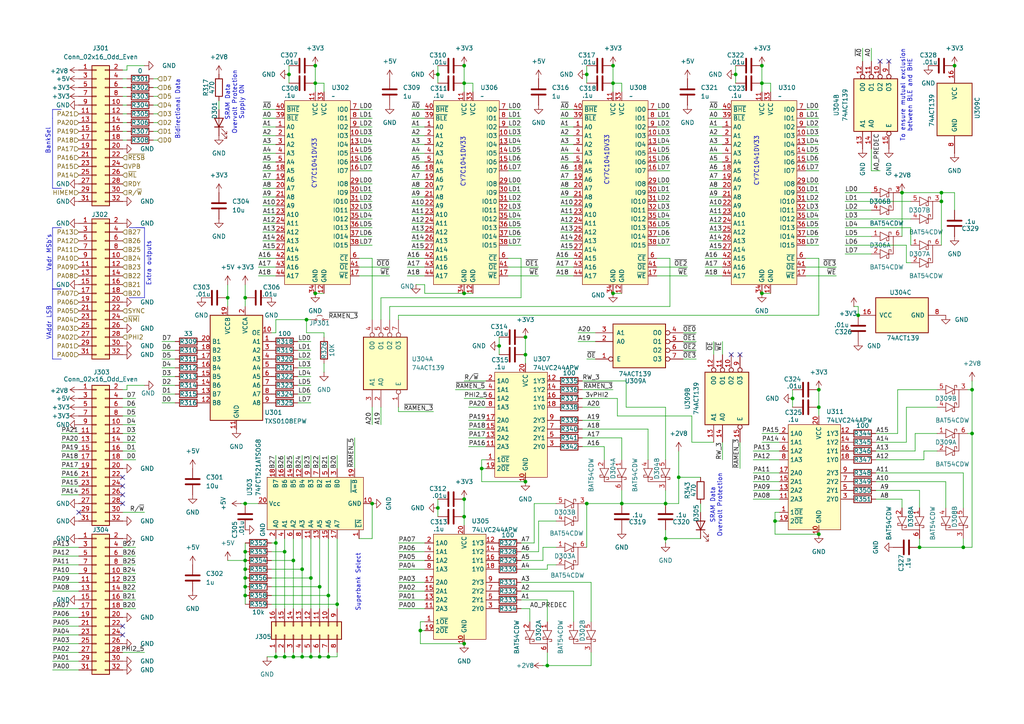
<source format=kicad_sch>
(kicad_sch (version 20250114) (generator "eeschema") (generator_version "9.0")
  (paper "A4")
  (title_block (title "65c02 Homebrew") (rev "Prelim") (company "Joseph R. Freeston") (comment 2 "https://github.com/snorklerjoe/useful6502") (comment 4 "A 65c02-based computer with peripheral i/o offloaded to a PIC16 microcontroller."))
  (text "VAddr LSB" (at 14.224 93.726 90) (effects (font (size 1.27 1.27))))
  (text "CY7C1041DV33" (at 134.366 46.99 90) (effects (font (size 1.27 1.27))))
  (text "Bidirectional Data" (at 51.562 31.75 90) (effects (font (size 1.27 1.27))))
  (text "CY7C1041DV33" (at 219.456 46.736 90) (effects (font (size 1.27 1.27))))
  (text "Vadr MSb's" (at 14.224 73.406 90) (effects (font (size 1.27 1.27))))
  (text "SRAM Data\nOvervolt Protection" (at 207.772 146.558 90) (effects (font (size 1.27 1.27))))
  (text "CY7C1041DV33" (at 91.186 47.498 90) (effects (font (size 1.27 1.27))))
  (text "Superbank Select" (at 103.886 168.91 90) (effects (font (size 1.27 1.27))))
  (text "Extra outputs" (at 43.18 76.454 90) (effects (font (size 1.27 1.27))))
  (text "To ensure mutual exclusion\nbetween BLE and BHE" (at 262.89 27.686 90) (effects (font (size 1.27 1.27))))
  (text "SRAM Data\nOvervolt Protection\nSupply ON" (at 68.072 29.718 90) (effects (font (size 1.27 1.27))))
  (text "BankSel" (at 13.97 40.894 90) (effects (font (size 1.27 1.27))))
  (text "CY7C1041DV33" (at 176.022 46.482 90) (effects (font (size 1.27 1.27))))
  (junction (at 229.87 115.57))
  (junction (at 66.04 86.36))
  (junction (at 273.05 58.42))
  (junction (at 134.62 19.05))
  (junction (at 80.01 157.48))
  (junction (at 82.55 160.02))
  (junction (at 237.49 113.03))
  (junction (at 134.62 186.69))
  (junction (at 279.4 158.75))
  (junction (at 107.95 146.05))
  (junction (at 88.9 92.71))
  (junction (at 177.8 85.09))
  (junction (at 87.63 165.1))
  (junction (at 97.79 175.26))
  (junction (at 82.55 190.5))
  (junction (at 71.12 170.18))
  (junction (at 177.8 24.13))
  (junction (at 170.18 21.59))
  (junction (at 152.4 97.79))
  (junction (at 90.17 167.64))
  (junction (at 152.4 102.87))
  (junction (at 224.79 151.13))
  (junction (at 276.86 19.05))
  (junction (at 134.62 85.09))
  (junction (at 134.62 24.13))
  (junction (at 121.92 182.88))
  (junction (at 92.71 170.18))
  (junction (at 177.8 19.05))
  (junction (at 134.62 149.86))
  (junction (at 273.05 55.88))
  (junction (at 139.7 135.89))
  (junction (at 71.12 146.05))
  (junction (at 71.12 86.36))
  (junction (at 144.78 100.33))
  (junction (at 220.98 24.13))
  (junction (at 180.34 146.05))
  (junction (at 193.04 156.21))
  (junction (at 95.25 190.5))
  (junction (at 134.62 144.78))
  (junction (at 90.17 190.5))
  (junction (at 281.94 113.03))
  (junction (at 92.71 190.5))
  (junction (at 71.12 160.02))
  (junction (at 152.4 139.7))
  (junction (at 71.12 172.72))
  (junction (at 87.63 190.5))
  (junction (at 71.12 162.56))
  (junction (at 261.62 55.88))
  (junction (at 158.75 193.04))
  (junction (at 213.36 21.59))
  (junction (at 237.49 118.11))
  (junction (at 83.82 21.59))
  (junction (at 220.98 19.05))
  (junction (at 91.44 85.09))
  (junction (at 95.25 172.72))
  (junction (at 196.85 138.43))
  (junction (at 85.09 190.5))
  (junction (at 237.49 154.94))
  (junction (at 91.44 19.05))
  (junction (at 193.04 146.05))
  (junction (at 170.18 146.05))
  (junction (at 91.44 24.13))
  (junction (at 248.92 91.44))
  (junction (at 85.09 162.56))
  (junction (at 281.94 125.73))
  (junction (at 127 147.32))
  (junction (at 127 21.59))
  (junction (at 266.7 158.75))
  (junction (at 80.01 190.5))
  (junction (at 220.98 85.09))
  (junction (at 71.12 167.64))
  (junction (at 71.12 165.1))
  (no_connect (at 35.56 140.97))
  (no_connect (at 35.56 143.51))
  (no_connect (at 35.56 181.61))
  (no_connect (at 212.09 102.87))
  (no_connect (at 255.27 17.78))
  (no_connect (at 35.56 146.05))
  (no_connect (at 257.81 17.78))
  (no_connect (at 35.56 184.15))
  (no_connect (at 35.56 138.43))
  (no_connect (at 214.63 102.87))
  (no_connect (at 22.86 148.59))
  (wire (pts (xy 71.12 170.18) (xy 71.12 172.72)))
  (wire (pts (xy 218.44 130.81) (xy 226.06 130.81)))
  (wire (pts (xy 104.14 53.34) (xy 107.95 53.34)))
  (wire (pts (xy 151.13 74.93) (xy 147.32 74.93)))
  (wire (pts (xy 168.91 118.11) (xy 173.99 118.11)))
  (wire (pts (xy 76.2 69.85) (xy 80.01 69.85)))
  (wire (pts (xy 50.8 109.22) (xy 46.99 109.22)))
  (wire (pts (xy 233.68 68.58) (xy 237.49 68.58)))
  (polyline (pts (xy 15.24 31.75) (xy 15.24 34.29)))
  (wire (pts (xy 262.89 76.2) (xy 264.16 76.2)))
  (wire (pts (xy 104.14 77.47) (xy 113.03 77.47)))
  (wire (pts (xy 76.2 31.75) (xy 80.01 31.75)))
  (wire (pts (xy 193.04 156.21) (xy 203.2 156.21)))
  (wire (pts (xy 172.72 104.14) (xy 170.18 104.14)))
  (wire (pts (xy 104.14 44.45) (xy 107.95 44.45)))
  (wire (pts (xy 76.2 34.29) (xy 80.01 34.29)))
  (wire (pts (xy 180.34 26.67) (xy 180.34 24.13)))
  (wire (pts (xy 76.2 59.69) (xy 80.01 59.69)))
  (wire (pts (xy 265.43 125.73) (xy 265.43 130.81)))
  (wire (pts (xy 168.91 113.03) (xy 177.8 113.03)))
  (wire (pts (xy 190.5 36.83) (xy 194.31 36.83)))
  (wire (pts (xy 86.36 106.68) (xy 90.17 106.68)))
  (wire (pts (xy 196.85 130.81) (xy 196.85 138.43)))
  (wire (pts (xy 237.49 118.11) (xy 237.49 120.65)))
  (wire (pts (xy 156.21 160.02) (xy 156.21 151.13)))
  (wire (pts (xy 17.78 128.27) (xy 22.86 128.27)))
  (wire (pts (xy 205.74 31.75) (xy 209.55 31.75)))
  (wire (pts (xy 262.89 71.12) (xy 262.89 76.2)))
  (wire (pts (xy 233.68 39.37) (xy 237.49 39.37)))
  (wire (pts (xy 115.57 171.45) (xy 123.19 171.45)))
  (wire (pts (xy 196.85 146.05) (xy 193.04 146.05)))
  (wire (pts (xy 35.56 115.57) (xy 39.37 115.57)))
  (wire (pts (xy 76.2 67.31) (xy 80.01 67.31)))
  (wire (pts (xy 77.47 190.5) (xy 80.01 190.5)))
  (wire (pts (xy 255.27 49.53) (xy 252.73 49.53)))
  (wire (pts (xy 180.34 24.13) (xy 177.8 24.13)))
  (wire (pts (xy 93.98 96.52) (xy 88.9 96.52)))
  (wire (pts (xy 276.86 55.88) (xy 273.05 55.88)))
  (wire (pts (xy 153.67 176.53) (xy 153.67 180.34)))
  (wire (pts (xy 87.63 165.1) (xy 87.63 156.21)))
  (wire (pts (xy 140.97 133.35) (xy 139.7 133.35)))
  (wire (pts (xy 36.83 20.32) (xy 35.56 20.32)))
  (wire (pts (xy 45.72 22.86) (xy 44.45 22.86)))
  (wire (pts (xy 76.2 39.37) (xy 80.01 39.37)))
  (wire (pts (xy 86.36 111.76) (xy 90.17 111.76)))
  (wire (pts (xy 233.68 49.53) (xy 237.49 49.53)))
  (wire (pts (xy 119.38 54.61) (xy 123.19 54.61)))
  (wire (pts (xy 36.83 111.76) (xy 36.83 113.03)))
  (wire (pts (xy 85.09 176.53) (xy 85.09 162.56)))
  (wire (pts (xy 36.83 27.94) (xy 35.56 27.94)))
  (wire (pts (xy 179.07 120.65) (xy 200.66 120.65)))
  (wire (pts (xy 50.8 116.84) (xy 46.99 116.84)))
  (wire (pts (xy 201.93 101.6) (xy 198.12 101.6)))
  (wire (pts (xy 205.74 69.85) (xy 209.55 69.85)))
  (wire (pts (xy 190.5 71.12) (xy 194.31 71.12)))
  (wire (pts (xy 86.36 109.22) (xy 90.17 109.22)))
  (wire (pts (xy 35.56 128.27) (xy 39.37 128.27)))
  (wire (pts (xy 50.8 99.06) (xy 46.99 99.06)))
  (wire (pts (xy 274.32 139.7) (xy 274.32 147.32)))
  (wire (pts (xy 35.56 133.35) (xy 39.37 133.35)))
  (wire (pts (xy 93.98 97.79) (xy 93.98 96.52)))
  (wire (pts (xy 254 144.78) (xy 261.62 144.78)))
  (wire (pts (xy 147.32 53.34) (xy 151.13 53.34)))
  (polyline (pts (xy 15.24 66.04) (xy 15.24 81.28)))
  (wire (pts (xy 15.24 163.83) (xy 22.86 163.83)))
  (wire (pts (xy 279.4 158.75) (xy 279.4 156.21)))
  (wire (pts (xy 137.16 24.13) (xy 134.62 24.13)))
  (wire (pts (xy 85.09 135.89) (xy 85.09 132.08)))
  (wire (pts (xy 193.04 133.35) (xy 193.04 118.11)))
  (wire (pts (xy 276.86 60.96) (xy 276.86 55.88)))
  (wire (pts (xy 78.74 170.18) (xy 92.71 170.18)))
  (wire (pts (xy 261.62 55.88) (xy 261.62 68.58)))
  (wire (pts (xy 123.19 82.55) (xy 123.19 85.09)))
  (wire (pts (xy 158.75 165.1) (xy 151.13 165.1)))
  (wire (pts (xy 76.2 41.91) (xy 80.01 41.91)))
  (wire (pts (xy 147.32 63.5) (xy 151.13 63.5)))
  (wire (pts (xy 280.67 125.73) (xy 281.94 125.73)))
  (wire (pts (xy 121.92 182.88) (xy 123.19 182.88)))
  (polyline (pts (xy 15.24 66.04) (xy 17.78 66.04)))
  (wire (pts (xy 82.55 189.23) (xy 82.55 190.5)))
  (wire (pts (xy 190.5 31.75) (xy 194.31 31.75)))
  (wire (pts (xy 35.56 176.53) (xy 39.37 176.53)))
  (wire (pts (xy 245.11 73.66) (xy 252.73 73.66)))
  (wire (pts (xy 162.56 49.53) (xy 166.37 49.53)))
  (wire (pts (xy 139.7 135.89) (xy 140.97 135.89)))
  (wire (pts (xy 218.44 144.78) (xy 226.06 144.78)))
  (wire (pts (xy 151.13 74.93) (xy 151.13 86.36)))
  (wire (pts (xy 119.38 64.77) (xy 123.19 64.77)))
  (polyline (pts (xy 15.24 54.61) (xy 17.78 54.61)))
  (wire (pts (xy 205.74 49.53) (xy 209.55 49.53)))
  (wire (pts (xy 233.68 36.83) (xy 237.49 36.83)))
  (wire (pts (xy 82.55 176.53) (xy 82.55 160.02)))
  (wire (pts (xy 134.62 24.13) (xy 134.62 26.67)))
  (wire (pts (xy 123.19 180.34) (xy 121.92 180.34)))
  (wire (pts (xy 17.78 130.81) (xy 22.86 130.81)))
  (wire (pts (xy 190.5 68.58) (xy 194.31 68.58)))
  (wire (pts (xy 104.14 55.88) (xy 107.95 55.88)))
  (wire (pts (xy 162.56 46.99) (xy 166.37 46.99)))
  (wire (pts (xy 50.8 114.3) (xy 46.99 114.3)))
  (wire (pts (xy 92.71 135.89) (xy 92.71 132.08)))
  (wire (pts (xy 35.56 168.91) (xy 39.37 168.91)))
  (wire (pts (xy 85.09 190.5) (xy 87.63 190.5)))
  (wire (pts (xy 104.14 46.99) (xy 107.95 46.99)))
  (wire (pts (xy 107.95 92.71) (xy 107.95 74.93)))
  (wire (pts (xy 248.92 88.9) (xy 248.92 91.44)))
  (wire (pts (xy 162.56 52.07) (xy 166.37 52.07)))
  (wire (pts (xy 90.17 167.64) (xy 90.17 156.21)))
  (wire (pts (xy 273.05 55.88) (xy 261.62 55.88)))
  (wire (pts (xy 204.47 74.93) (xy 209.55 74.93)))
  (polyline (pts (xy 15.24 34.29) (xy 15.24 54.61)))
  (wire (pts (xy 104.14 34.29) (xy 107.95 34.29)))
  (wire (pts (xy 281.94 110.49) (xy 281.94 113.03)))
  (wire (pts (xy 254 142.24) (xy 266.7 142.24)))
  (wire (pts (xy 78.74 172.72) (xy 95.25 172.72)))
  (wire (pts (xy 205.74 41.91) (xy 209.55 41.91)))
  (wire (pts (xy 107.95 156.21) (xy 107.95 146.05)))
  (wire (pts (xy 63.5 29.21) (xy 63.5 31.75)))
  (wire (pts (xy 190.5 80.01) (xy 199.39 80.01)))
  (wire (pts (xy 190.5 60.96) (xy 194.31 60.96)))
  (wire (pts (xy 147.32 80.01) (xy 156.21 80.01)))
  (wire (pts (xy 110.49 92.71) (xy 110.49 86.36)))
  (wire (pts (xy 134.62 19.05) (xy 134.62 24.13)))
  (wire (pts (xy 233.68 58.42) (xy 237.49 58.42)))
  (wire (pts (xy 161.29 74.93) (xy 166.37 74.93)))
  (wire (pts (xy 123.19 85.09) (xy 134.62 85.09)))
  (wire (pts (xy 82.55 135.89) (xy 82.55 132.08)))
  (wire (pts (xy 35.56 120.65) (xy 39.37 120.65)))
  (polyline (pts (xy 15.24 81.28) (xy 15.24 83.82)))
  (wire (pts (xy 213.36 21.59) (xy 213.36 24.13)))
  (wire (pts (xy 113.03 88.9) (xy 194.31 88.9)))
  (wire (pts (xy 151.13 171.45) (xy 166.37 171.45)))
  (polyline (pts (xy 15.24 104.14) (xy 17.78 104.14)))
  (wire (pts (xy 86.36 114.3) (xy 90.17 114.3)))
  (wire (pts (xy 168.91 129.54) (xy 175.26 129.54)))
  (wire (pts (xy 180.34 142.24) (xy 180.34 146.05)))
  (wire (pts (xy 175.26 133.35) (xy 175.26 129.54)))
  (wire (pts (xy 151.13 173.99) (xy 158.75 173.99)))
  (wire (pts (xy 45.72 35.56) (xy 44.45 35.56)))
  (wire (pts (xy 271.78 130.81) (xy 267.97 130.81)))
  (wire (pts (xy 170.18 21.59) (xy 170.18 24.13)))
  (wire (pts (xy 104.14 39.37) (xy 107.95 39.37)))
  (wire (pts (xy 125.73 119.38) (xy 115.57 119.38)))
  (wire (pts (xy 95.25 189.23) (xy 95.25 190.5)))
  (wire (pts (xy 245.11 66.04) (xy 264.16 66.04)))
  (wire (pts (xy 205.74 34.29) (xy 209.55 34.29)))
  (polyline (pts (xy 17.78 31.75) (xy 15.24 31.75)))
  (wire (pts (xy 224.79 148.59) (xy 224.79 151.13)))
  (wire (pts (xy 74.93 80.01) (xy 80.01 80.01)))
  (wire (pts (xy 205.74 52.07) (xy 209.55 52.07)))
  (wire (pts (xy 97.79 135.89) (xy 97.79 132.08)))
  (wire (pts (xy 162.56 67.31) (xy 166.37 67.31)))
  (wire (pts (xy 78.74 175.26) (xy 97.79 175.26)))
  (wire (pts (xy 92.71 176.53) (xy 92.71 170.18)))
  (wire (pts (xy 162.56 64.77) (xy 166.37 64.77)))
  (wire (pts (xy 205.74 59.69) (xy 209.55 59.69)))
  (wire (pts (xy 144.78 100.33) (xy 144.78 102.87)))
  (wire (pts (xy 92.71 190.5) (xy 95.25 190.5)))
  (wire (pts (xy 17.78 138.43) (xy 22.86 138.43)))
  (wire (pts (xy 162.56 72.39) (xy 166.37 72.39)))
  (wire (pts (xy 254 133.35) (xy 267.97 133.35)))
  (wire (pts (xy 220.98 85.09) (xy 223.52 85.09)))
  (wire (pts (xy 190.5 46.99) (xy 194.31 46.99)))
  (wire (pts (xy 113.03 92.71) (xy 113.03 88.9)))
  (wire (pts (xy 134.62 149.86) (xy 134.62 152.4)))
  (wire (pts (xy 35.56 171.45) (xy 39.37 171.45)))
  (wire (pts (xy 107.95 74.93) (xy 104.14 74.93)))
  (wire (pts (xy 223.52 24.13) (xy 220.98 24.13)))
  (wire (pts (xy 36.83 30.48) (xy 35.56 30.48)))
  (wire (pts (xy 119.38 72.39) (xy 123.19 72.39)))
  (wire (pts (xy 92.71 170.18) (xy 92.71 156.21)))
  (wire (pts (xy 135.89 124.46) (xy 140.97 124.46)))
  (wire (pts (xy 45.72 38.1) (xy 44.45 38.1)))
  (wire (pts (xy 76.2 62.23) (xy 80.01 62.23)))
  (wire (pts (xy 151.13 168.91) (xy 171.45 168.91)))
  (wire (pts (xy 86.36 104.14) (xy 90.17 104.14)))
  (wire (pts (xy 107.95 118.11) (xy 107.95 123.19)))
  (wire (pts (xy 93.98 26.67) (xy 93.98 24.13)))
  (wire (pts (xy 147.32 60.96) (xy 151.13 60.96)))
  (wire (pts (xy 205.74 39.37) (xy 209.55 39.37)))
  (wire (pts (xy 254 139.7) (xy 274.32 139.7)))
  (wire (pts (xy 91.44 19.05) (xy 91.44 24.13)))
  (wire (pts (xy 205.74 67.31) (xy 209.55 67.31)))
  (wire (pts (xy 245.11 63.5) (xy 264.16 63.5)))
  (wire (pts (xy 36.83 113.03) (xy 35.56 113.03)))
  (wire (pts (xy 190.5 63.5) (xy 194.31 63.5)))
  (wire (pts (xy 45.72 40.64) (xy 44.45 40.64)))
  (wire (pts (xy 118.11 77.47) (xy 123.19 77.47)))
  (wire (pts (xy 190.5 77.47) (xy 199.39 77.47)))
  (wire (pts (xy 190.5 41.91) (xy 194.31 41.91)))
  (wire (pts (xy 97.79 175.26) (xy 97.79 156.21)))
  (wire (pts (xy 190.5 55.88) (xy 194.31 55.88)))
  (wire (pts (xy 171.45 168.91) (xy 171.45 180.34)))
  (wire (pts (xy 171.45 189.23) (xy 171.45 193.04)))
  (wire (pts (xy 35.56 130.81) (xy 39.37 130.81)))
  (wire (pts (xy 205.74 57.15) (xy 209.55 57.15)))
  (wire (pts (xy 205.74 46.99) (xy 209.55 46.99)))
  (wire (pts (xy 271.78 125.73) (xy 265.43 125.73)))
  (wire (pts (xy 134.62 85.09) (xy 137.16 85.09)))
  (wire (pts (xy 119.38 34.29) (xy 123.19 34.29)))
  (wire (pts (xy 218.44 142.24) (xy 226.06 142.24)))
  (wire (pts (xy 71.12 86.36) (xy 71.12 88.9)))
  (wire (pts (xy 76.2 64.77) (xy 80.01 64.77)))
  (wire (pts (xy 233.68 63.5) (xy 237.49 63.5)))
  (wire (pts (xy 15.24 176.53) (xy 22.86 176.53)))
  (wire (pts (xy 172.72 96.52) (xy 167.64 96.52)))
  (wire (pts (xy 144.78 97.79) (xy 144.78 100.33)))
  (wire (pts (xy 193.04 157.48) (xy 193.04 156.21)))
  (wire (pts (xy 254 137.16) (xy 279.4 137.16)))
  (wire (pts (xy 194.31 74.93) (xy 190.5 74.93)))
  (wire (pts (xy 267.97 130.81) (xy 267.97 133.35)))
  (wire (pts (xy 135.89 118.11) (xy 140.97 118.11)))
  (wire (pts (xy 237.49 74.93) (xy 233.68 74.93)))
  (wire (pts (xy 90.17 190.5) (xy 92.71 190.5)))
  (wire (pts (xy 91.44 24.13) (xy 91.44 26.67)))
  (wire (pts (xy 35.56 161.29) (xy 39.37 161.29)))
  (wire (pts (xy 76.2 54.61) (xy 80.01 54.61)))
  (wire (pts (xy 119.38 49.53) (xy 123.19 49.53)))
  (wire (pts (xy 15.24 194.31) (xy 22.86 194.31)))
  (wire (pts (xy 152.4 102.87) (xy 152.4 105.41)))
  (wire (pts (xy 261.62 147.32) (xy 261.62 144.78)))
  (wire (pts (xy 193.04 118.11) (xy 181.61 118.11)))
  (wire (pts (xy 193.04 146.05) (xy 180.34 146.05)))
  (wire (pts (xy 118.11 80.01) (xy 123.19 80.01)))
  (wire (pts (xy 88.9 92.71) (xy 90.17 92.71)))
  (wire (pts (xy 177.8 85.09) (xy 180.34 85.09)))
  (wire (pts (xy 104.14 31.75) (xy 107.95 31.75)))
  (wire (pts (xy 121.92 182.88) (xy 121.92 186.69)))
  (wire (pts (xy 71.12 146.05) (xy 74.93 146.05)))
  (wire (pts (xy 147.32 55.88) (xy 151.13 55.88)))
  (wire (pts (xy 87.63 190.5) (xy 90.17 190.5)))
  (wire (pts (xy 15.24 181.61) (xy 22.86 181.61)))
  (wire (pts (xy 196.85 138.43) (xy 196.85 146.05)))
  (wire (pts (xy 162.56 69.85) (xy 166.37 69.85)))
  (wire (pts (xy 76.2 44.45) (xy 80.01 44.45)))
  (wire (pts (xy 161.29 77.47) (xy 166.37 77.47)))
  (wire (pts (xy 71.12 157.48) (xy 71.12 160.02)))
  (wire (pts (xy 85.09 190.5) (xy 82.55 190.5)))
  (wire (pts (xy 214.63 128.27) (xy 214.63 135.89)))
  (wire (pts (xy 162.56 36.83) (xy 166.37 36.83)))
  (polyline (pts (xy 15.24 83.82) (xy 15.24 104.14)))
  (wire (pts (xy 229.87 115.57) (xy 229.87 118.11)))
  (wire (pts (xy 119.38 44.45) (xy 123.19 44.45)))
  (wire (pts (xy 80.01 135.89) (xy 80.01 132.08)))
  (wire (pts (xy 252.73 49.53) (xy 252.73 43.18)))
  (wire (pts (xy 250.19 17.78) (xy 250.19 13.97)))
  (wire (pts (xy 233.68 80.01) (xy 242.57 80.01)))
  (wire (pts (xy 233.68 44.45) (xy 237.49 44.45)))
  (wire (pts (xy 93.98 105.41) (xy 93.98 107.95)))
  (wire (pts (xy 41.91 19.05) (xy 36.83 19.05)))
  (wire (pts (xy 50.8 106.68) (xy 46.99 106.68)))
  (wire (pts (xy 187.96 133.35) (xy 187.96 124.46)))
  (wire (pts (xy 80.01 176.53) (xy 80.01 157.48)))
  (wire (pts (xy 190.5 53.34) (xy 194.31 53.34)))
  (wire (pts (xy 66.04 162.56) (xy 71.12 162.56)))
  (wire (pts (xy 85.09 162.56) (xy 85.09 156.21)))
  (wire (pts (xy 97.79 176.53) (xy 97.79 175.26)))
  (wire (pts (xy 121.92 186.69) (xy 134.62 186.69)))
  (wire (pts (xy 147.32 34.29) (xy 151.13 34.29)))
  (wire (pts (xy 45.72 33.02) (xy 44.45 33.02)))
  (wire (pts (xy 254 130.81) (xy 265.43 130.81)))
  (wire (pts (xy 69.85 146.05) (xy 71.12 146.05)))
  (wire (pts (xy 115.57 176.53) (xy 123.19 176.53)))
  (wire (pts (xy 78.74 165.1) (xy 87.63 165.1)))
  (wire (pts (xy 83.82 21.59) (xy 83.82 24.13)))
  (wire (pts (xy 35.56 166.37) (xy 39.37 166.37)))
  (wire (pts (xy 71.12 172.72) (xy 71.12 175.26)))
  (wire (pts (xy 71.12 165.1) (xy 71.12 167.64)))
  (wire (pts (xy 76.2 57.15) (xy 80.01 57.15)))
  (polyline (pts (xy 39.37 66.04) (xy 41.91 66.04)))
  (wire (pts (xy 15.24 161.29) (xy 22.86 161.29)))
  (wire (pts (xy 220.98 24.13) (xy 220.98 26.67)))
  (wire (pts (xy 190.5 34.29) (xy 194.31 34.29)))
  (wire (pts (xy 158.75 193.04) (xy 158.75 189.23)))
  (wire (pts (xy 233.68 66.04) (xy 237.49 66.04)))
  (wire (pts (xy 135.89 127) (xy 140.97 127)))
  (wire (pts (xy 260.35 113.03) (xy 260.35 125.73)))
  (wire (pts (xy 127 147.32) (xy 127 149.86)))
  (wire (pts (xy 205.74 72.39) (xy 209.55 72.39)))
  (wire (pts (xy 71.12 82.55) (xy 71.12 86.36)))
  (wire (pts (xy 35.56 148.59) (xy 41.91 148.59)))
  (wire (pts (xy 147.32 66.04) (xy 151.13 66.04)))
  (wire (pts (xy 104.14 68.58) (xy 107.95 68.58)))
  (wire (pts (xy 205.74 36.83) (xy 209.55 36.83)))
  (wire (pts (xy 50.8 104.14) (xy 46.99 104.14)))
  (wire (pts (xy 190.5 66.04) (xy 194.31 66.04)))
  (wire (pts (xy 80.01 96.52) (xy 78.74 96.52)))
  (wire (pts (xy 147.32 71.12) (xy 151.13 71.12)))
  (wire (pts (xy 147.32 41.91) (xy 151.13 41.91)))
  (polyline (pts (xy 41.91 66.04) (xy 41.91 86.36)))
  (wire (pts (xy 15.24 189.23) (xy 22.86 189.23)))
  (wire (pts (xy 119.38 41.91) (xy 123.19 41.91)))
  (wire (pts (xy 85.09 189.23) (xy 85.09 190.5)))
  (wire (pts (xy 104.14 71.12) (xy 107.95 71.12)))
  (wire (pts (xy 220.98 19.05) (xy 220.98 24.13)))
  (wire (pts (xy 179.07 120.65) (xy 179.07 115.57)))
  (wire (pts (xy 95.25 172.72) (xy 95.25 156.21)))
  (wire (pts (xy 115.57 91.44) (xy 237.49 91.44)))
  (wire (pts (xy 233.68 71.12) (xy 237.49 71.12)))
  (wire (pts (xy 147.32 58.42) (xy 151.13 58.42)))
  (wire (pts (xy 223.52 26.67) (xy 223.52 24.13)))
  (wire (pts (xy 115.57 119.38) (xy 115.57 118.11)))
  (wire (pts (xy 177.8 24.13) (xy 177.8 26.67)))
  (wire (pts (xy 41.91 111.76) (xy 36.83 111.76)))
  (wire (pts (xy 266.7 158.75) (xy 279.4 158.75)))
  (wire (pts (xy 147.32 46.99) (xy 151.13 46.99)))
  (wire (pts (xy 190.5 39.37) (xy 194.31 39.37)))
  (wire (pts (xy 86.36 101.6) (xy 90.17 101.6)))
  (wire (pts (xy 35.56 189.23) (xy 41.91 189.23)))
  (wire (pts (xy 36.83 22.86) (xy 35.56 22.86)))
  (wire (pts (xy 205.74 54.61) (xy 209.55 54.61)))
  (wire (pts (xy 104.14 49.53) (xy 107.95 49.53)))
  (wire (pts (xy 162.56 62.23) (xy 166.37 62.23)))
  (wire (pts (xy 115.57 165.1) (xy 123.19 165.1)))
  (wire (pts (xy 181.61 118.11) (xy 181.61 110.49)))
  (wire (pts (xy 17.78 140.97) (xy 22.86 140.97)))
  (wire (pts (xy 204.47 80.01) (xy 209.55 80.01)))
  (wire (pts (xy 80.01 92.71) (xy 88.9 92.71)))
  (polyline (pts (xy 17.78 83.82) (xy 15.24 83.82)))
  (wire (pts (xy 201.93 104.14) (xy 198.12 104.14)))
  (wire (pts (xy 224.79 154.94) (xy 237.49 154.94)))
  (wire (pts (xy 229.87 113.03) (xy 229.87 115.57)))
  (wire (pts (xy 254 128.27) (xy 262.89 128.27)))
  (wire (pts (xy 15.24 184.15) (xy 22.86 184.15)))
  (wire (pts (xy 162.56 44.45) (xy 166.37 44.45)))
  (wire (pts (xy 266.7 147.32) (xy 266.7 142.24)))
  (wire (pts (xy 218.44 137.16) (xy 226.06 137.16)))
  (wire (pts (xy 127 21.59) (xy 127 24.13)))
  (wire (pts (xy 233.68 55.88) (xy 237.49 55.88)))
  (wire (pts (xy 139.7 139.7) (xy 152.4 139.7)))
  (polyline (pts (xy 37.465 66.04) (xy 41.91 66.04)))
  (wire (pts (xy 104.14 156.21) (xy 107.95 156.21)))
  (wire (pts (xy 213.36 19.05) (xy 213.36 21.59)))
  (wire (pts (xy 119.38 39.37) (xy 123.19 39.37)))
  (wire (pts (xy 104.14 60.96) (xy 107.95 60.96)))
  (wire (pts (xy 177.8 19.05) (xy 177.8 24.13)))
  (wire (pts (xy 87.63 176.53) (xy 87.63 165.1)))
  (wire (pts (xy 119.38 46.99) (xy 123.19 46.99)))
  (wire (pts (xy 209.55 99.06) (xy 209.55 102.87)))
  (wire (pts (xy 110.49 118.11) (xy 110.49 123.19)))
  (wire (pts (xy 71.12 162.56) (xy 71.12 165.1)))
  (wire (pts (xy 90.17 135.89) (xy 90.17 132.08)))
  (wire (pts (xy 152.4 97.79) (xy 152.4 102.87)))
  (wire (pts (xy 168.91 115.57) (xy 179.07 115.57)))
  (wire (pts (xy 245.11 60.96) (xy 252.73 60.96)))
  (wire (pts (xy 36.83 38.1) (xy 35.56 38.1)))
  (wire (pts (xy 86.36 116.84) (xy 90.17 116.84)))
  (wire (pts (xy 36.83 35.56) (xy 35.56 35.56)))
  (wire (pts (xy 279.4 158.75) (xy 281.94 158.75)))
  (wire (pts (xy 119.38 69.85) (xy 123.19 69.85)))
  (wire (pts (xy 80.01 157.48) (xy 80.01 156.21)))
  (wire (pts (xy 17.78 135.89) (xy 22.86 135.89)))
  (wire (pts (xy 162.56 31.75) (xy 166.37 31.75)))
  (wire (pts (xy 36.83 40.64) (xy 35.56 40.64)))
  (wire (pts (xy 78.74 162.56) (xy 85.09 162.56)))
  (wire (pts (xy 95.25 190.5) (xy 97.79 190.5)))
  (wire (pts (xy 74.93 77.47) (xy 80.01 77.47)))
  (wire (pts (xy 281.94 113.03) (xy 280.67 113.03)))
  (polyline (pts (xy 15.24 83.82) (xy 17.78 83.82)))
  (wire (pts (xy 162.56 57.15) (xy 166.37 57.15)))
  (wire (pts (xy 104.14 36.83) (xy 107.95 36.83)))
  (polyline (pts (xy 39.37 86.36) (xy 41.91 86.36)))
  (wire (pts (xy 36.83 25.4) (xy 35.56 25.4)))
  (wire (pts (xy 137.16 26.67) (xy 137.16 24.13)))
  (wire (pts (xy 35.56 163.83) (xy 39.37 163.83)))
  (wire (pts (xy 233.68 60.96) (xy 237.49 60.96)))
  (wire (pts (xy 207.01 128.27) (xy 200.66 128.27)))
  (wire (pts (xy 281.94 158.75) (xy 281.94 125.73)))
  (wire (pts (xy 102.87 135.89) (xy 102.87 127)))
  (wire (pts (xy 115.57 157.48) (xy 123.19 157.48)))
  (wire (pts (xy 76.2 46.99) (xy 80.01 46.99)))
  (wire (pts (xy 218.44 133.35) (xy 226.06 133.35)))
  (wire (pts (xy 203.2 138.43) (xy 196.85 138.43)))
  (wire (pts (xy 119.38 57.15) (xy 123.19 57.15)))
  (wire (pts (xy 119.38 67.31) (xy 123.19 67.31)))
  (wire (pts (xy 271.78 118.11) (xy 262.89 118.11)))
  (wire (pts (xy 82.55 160.02) (xy 82.55 156.21)))
  (wire (pts (xy 237.49 113.03) (xy 237.49 118.11)))
  (wire (pts (xy 279.4 147.32) (xy 279.4 137.16)))
  (wire (pts (xy 190.5 49.53) (xy 194.31 49.53)))
  (wire (pts (xy 151.13 176.53) (xy 153.67 176.53)))
  (wire (pts (xy 17.78 133.35) (xy 22.86 133.35)))
  (wire (pts (xy 119.38 59.69) (xy 123.19 59.69)))
  (wire (pts (xy 135.89 121.92) (xy 140.97 121.92)))
  (wire (pts (xy 15.24 186.69) (xy 22.86 186.69)))
  (wire (pts (xy 35.56 158.75) (xy 39.37 158.75)))
  (wire (pts (xy 17.78 125.73) (xy 22.86 125.73)))
  (wire (pts (xy 92.71 189.23) (xy 92.71 190.5)))
  (wire (pts (xy 162.56 39.37) (xy 166.37 39.37)))
  (wire (pts (xy 82.55 190.5) (xy 80.01 190.5)))
  (wire (pts (xy 76.2 36.83) (xy 80.01 36.83)))
  (wire (pts (xy 162.56 59.69) (xy 166.37 59.69)))
  (wire (pts (xy 220.98 128.27) (xy 226.06 128.27)))
  (wire (pts (xy 135.89 129.54) (xy 140.97 129.54)))
  (wire (pts (xy 76.2 49.53) (xy 80.01 49.53)))
  (wire (pts (xy 97.79 189.23) (xy 97.79 190.5)))
  (wire (pts (xy 170.18 19.05) (xy 170.18 21.59)))
  (wire (pts (xy 190.5 44.45) (xy 194.31 44.45)))
  (wire (pts (xy 104.14 58.42) (xy 107.95 58.42)))
  (wire (pts (xy 50.8 111.76) (xy 46.99 111.76)))
  (polyline (pts (xy 37.465 86.36) (xy 39.37 86.36)))
  (wire (pts (xy 200.66 128.27) (xy 200.66 120.65)))
  (polyline (pts (xy 17.78 54.61) (xy 15.24 54.61)))
  (wire (pts (xy 204.47 77.47) (xy 209.55 77.47)))
  (wire (pts (xy 115.57 162.56) (xy 123.19 162.56)))
  (wire (pts (xy 66.04 82.55) (xy 66.04 86.36)))
  (wire (pts (xy 218.44 139.7) (xy 226.06 139.7)))
  (wire (pts (xy 151.13 160.02) (xy 156.21 160.02)))
  (wire (pts (xy 45.72 30.48) (xy 44.45 30.48)))
  (wire (pts (xy 134.62 144.78) (xy 134.62 149.86)))
  (wire (pts (xy 162.56 54.61) (xy 166.37 54.61)))
  (wire (pts (xy 15.24 166.37) (xy 22.86 166.37)))
  (wire (pts (xy 203.2 146.05) (xy 203.2 148.59)))
  (wire (pts (xy 115.57 92.71) (xy 115.57 91.44)))
  (wire (pts (xy 151.13 162.56) (xy 157.48 162.56)))
  (wire (pts (xy 154.94 157.48) (xy 154.94 146.05)))
  (wire (pts (xy 262.89 118.11) (xy 262.89 128.27)))
  (wire (pts (xy 115.57 168.91) (xy 123.19 168.91)))
  (wire (pts (xy 220.98 125.73) (xy 226.06 125.73)))
  (wire (pts (xy 166.37 171.45) (xy 166.37 180.34)))
  (wire (pts (xy 233.68 41.91) (xy 237.49 41.91)))
  (wire (pts (xy 45.72 27.94) (xy 44.45 27.94)))
  (wire (pts (xy 45.72 25.4) (xy 44.45 25.4)))
  (wire (pts (xy 237.49 91.44) (xy 237.49 74.93)))
  (wire (pts (xy 247.65 88.9) (xy 248.92 88.9)))
  (wire (pts (xy 119.38 31.75) (xy 123.19 31.75)))
  (wire (pts (xy 245.11 71.12) (xy 262.89 71.12)))
  (wire (pts (xy 15.24 179.07) (xy 22.86 179.07)))
  (wire (pts (xy 90.17 176.53) (xy 90.17 167.64)))
  (wire (pts (xy 157.48 193.04) (xy 158.75 193.04)))
  (wire (pts (xy 252.73 17.78) (xy 252.73 13.97)))
  (wire (pts (xy 123.19 82.55) (xy 120.65 82.55)))
  (wire (pts (xy 118.11 74.93) (xy 123.19 74.93)))
  (wire (pts (xy 168.91 127) (xy 180.34 127)))
  (wire (pts (xy 245.11 68.58) (xy 252.73 68.58)))
  (wire (pts (xy 127 144.78) (xy 127 147.32)))
  (wire (pts (xy 66.04 86.36) (xy 66.04 88.9)))
  (wire (pts (xy 193.04 156.21) (xy 193.04 153.67)))
  (wire (pts (xy 134.62 110.49) (xy 140.97 110.49)))
  (wire (pts (xy 154.94 146.05) (xy 161.29 146.05)))
  (wire (pts (xy 201.93 96.52) (xy 198.12 96.52)))
  (wire (pts (xy 104.14 63.5) (xy 107.95 63.5)))
  (wire (pts (xy 170.18 146.05) (xy 170.18 158.75)))
  (wire (pts (xy 254 125.73) (xy 260.35 125.73)))
  (wire (pts (xy 281.94 125.73) (xy 281.94 113.03)))
  (wire (pts (xy 161.29 80.01) (xy 166.37 80.01)))
  (wire (pts (xy 271.78 113.03) (xy 260.35 113.03)))
  (wire (pts (xy 147.32 77.47) (xy 156.21 77.47)))
  (wire (pts (xy 139.7 133.35) (xy 139.7 135.89)))
  (wire (pts (xy 157.48 158.75) (xy 161.29 158.75)))
  (wire (pts (xy 86.36 99.06) (xy 90.17 99.06)))
  (wire (pts (xy 88.9 96.52) (xy 88.9 92.71)))
  (wire (pts (xy 115.57 160.02) (xy 123.19 160.02)))
  (wire (pts (xy 156.21 151.13) (xy 161.29 151.13)))
  (wire (pts (xy 36.83 33.02) (xy 35.56 33.02)))
  (wire (pts (xy 233.68 46.99) (xy 237.49 46.99)))
  (wire (pts (xy 76.2 52.07) (xy 80.01 52.07)))
  (wire (pts (xy 193.04 142.24) (xy 193.04 146.05)))
  (wire (pts (xy 93.98 24.13) (xy 91.44 24.13)))
  (wire (pts (xy 273.05 58.42) (xy 273.05 71.12)))
  (wire (pts (xy 74.93 74.93) (xy 80.01 74.93)))
  (wire (pts (xy 35.56 125.73) (xy 39.37 125.73)))
  (wire (pts (xy 157.48 162.56) (xy 157.48 158.75)))
  (wire (pts (xy 168.91 124.46) (xy 187.96 124.46)))
  (wire (pts (xy 180.34 146.05) (xy 170.18 146.05)))
  (wire (pts (xy 104.14 66.04) (xy 107.95 66.04)))
  (wire (pts (xy 35.56 123.19) (xy 39.37 123.19)))
  (wire (pts (xy 17.78 143.51) (xy 22.86 143.51)))
  (wire (pts (xy 168.91 110.49) (xy 181.61 110.49)))
  (wire (pts (xy 158.75 173.99) (xy 158.75 180.34)))
  (wire (pts (xy 71.12 160.02) (xy 71.12 162.56)))
  (wire (pts (xy 245.11 58.42) (xy 264.16 58.42)))
  (wire (pts (xy 147.32 44.45) (xy 151.13 44.45)))
  (wire (pts (xy 50.8 101.6) (xy 46.99 101.6)))
  (wire (pts (xy 158.75 163.83) (xy 158.75 165.1)))
  (wire (pts (xy 162.56 41.91) (xy 166.37 41.91)))
  (wire (pts (xy 15.24 168.91) (xy 22.86 168.91)))
  (wire (pts (xy 80.01 92.71) (xy 80.01 96.52)))
  (wire (pts (xy 127 19.05) (xy 127 21.59)))
  (wire (pts (xy 168.91 121.92) (xy 173.99 121.92)))
  (wire (pts (xy 35.56 173.99) (xy 39.37 173.99)))
  (wire (pts (xy 190.5 58.42) (xy 194.31 58.42)))
  (wire (pts (xy 87.63 135.89) (xy 87.63 132.08)))
  (wire (pts (xy 171.45 193.04) (xy 158.75 193.04)))
  (wire (pts (xy 15.24 158.75) (xy 22.86 158.75)))
  (wire (pts (xy 233.68 34.29) (xy 237.49 34.29)))
  (wire (pts (xy 226.06 148.59) (xy 224.79 148.59)))
  (wire (pts (xy 266.7 156.21) (xy 266.7 158.75)))
  (wire (pts (xy 205.74 44.45) (xy 209.55 44.45)))
  (wire (pts (xy 78.74 160.02) (xy 82.55 160.02)))
  (wire (pts (xy 35.56 118.11) (xy 39.37 118.11)))
  (wire (pts (xy 224.79 151.13) (xy 226.06 151.13)))
  (wire (pts (xy 151.13 157.48) (xy 154.94 157.48)))
  (wire (pts (xy 90.17 189.23) (xy 90.17 190.5)))
  (wire (pts (xy 104.14 80.01) (xy 113.03 80.01)))
  (wire (pts (xy 209.55 128.27) (xy 209.55 133.35)))
  (wire (pts (xy 139.7 135.89) (xy 139.7 139.7)))
  (wire (pts (xy 205.74 62.23) (xy 209.55 62.23)))
  (wire (pts (xy 207.01 99.06) (xy 207.01 102.87)))
  (wire (pts (xy 147.32 36.83) (xy 151.13 36.83)))
  (wire (pts (xy 110.49 86.36) (xy 151.13 86.36)))
  (wire (pts (xy 78.74 157.48) (xy 80.01 157.48)))
  (wire (pts (xy 273.05 58.42) (xy 273.05 55.88)))
  (wire (pts (xy 201.93 99.06) (xy 198.12 99.06)))
  (wire (pts (xy 119.38 36.83) (xy 123.19 36.83)))
  (wire (pts (xy 224.79 151.13) (xy 224.79 154.94)))
  (wire (pts (xy 87.63 189.23) (xy 87.63 190.5)))
  (wire (pts (xy 15.24 171.45) (xy 22.86 171.45)))
  (wire (pts (xy 95.25 135.89) (xy 95.25 132.08)))
  (wire (pts (xy 161.29 163.83) (xy 158.75 163.83)))
  (wire (pts (xy 71.12 167.64) (xy 71.12 170.18)))
  (wire (pts (xy 147.32 31.75) (xy 151.13 31.75)))
  (wire (pts (xy 80.01 190.5) (xy 80.01 189.23)))
  (wire (pts (xy 76.2 72.39) (xy 80.01 72.39)))
  (wire (pts (xy 205.74 64.77) (xy 209.55 64.77)))
  (wire (pts (xy 83.82 19.05) (xy 83.82 21.59)))
  (wire (pts (xy 119.38 62.23) (xy 123.19 62.23)))
  (wire (pts (xy 264.16 66.04) (xy 264.16 71.12)))
  (wire (pts (xy 140.97 113.03) (xy 132.08 113.03)))
  (wire (pts (xy 121.92 180.34) (xy 121.92 182.88)))
  (wire (pts (xy 147.32 49.53) (xy 151.13 49.53)))
  (wire (pts (xy 245.11 55.88) (xy 252.73 55.88)))
  (wire (pts (xy 95.25 176.53) (xy 95.25 172.72)))
  (wire (pts (xy 162.56 34.29) (xy 166.37 34.29)))
  (wire (pts (xy 119.38 52.07) (xy 123.19 52.07)))
  (wire (pts (xy 115.57 173.99) (xy 123.19 173.99)))
  (wire (pts (xy 172.72 99.06) (xy 167.64 99.06)))
  (wire (pts (xy 233.68 31.75) (xy 237.49 31.75)))
  (wire (pts (xy 233.68 77.47) (xy 242.57 77.47)))
  (wire (pts (xy 180.34 133.35) (xy 180.34 127)))
  (wire (pts (xy 233.68 53.34) (xy 237.49 53.34)))
  (wire (pts (xy 104.14 41.91) (xy 107.95 41.91)))
  (wire (pts (xy 134.62 115.57) (xy 140.97 115.57)))
  (wire (pts (xy 91.44 85.09) (xy 93.98 85.09)))
  (wire (pts (xy 147.32 68.58) (xy 151.13 68.58)))
  (wire (pts (xy 15.24 191.77) (xy 22.86 191.77)))
  (wire (pts (xy 78.74 167.64) (xy 90.17 167.64)))
  (wire (pts (xy 147.32 39.37) (xy 151.13 39.37)))
  (wire (pts (xy 194.31 88.9) (xy 194.31 74.93)))
  (wire (pts (xy 36.83 19.05) (xy 36.83 20.32)))
  (label "A17" (at 204.47 77.47 0))
  (label "LD6" (at 194.31 68.58 180))
  (label "PA07" (at 115.57 157.48 0))
  (label "A3" (at 76.2 41.91 0))
  (label "A0" (at 252.73 13.97 270))
  (label "A14" (at 257.81 128.27 180))
  (label "A7" (at 162.56 52.07 0))
  (label "A17" (at 118.11 77.47 0))
  (label "PA13" (at 15.24 158.75 0))
  (label "~{OE3}" (at 201.93 104.14 180))
  (label "A4" (at 162.56 44.45 0))
  (label "LD3" (at 245.11 63.5 0))
  (label "A9" (at 162.56 57.15 0))
  (label "B20" (at 97.79 132.08 270))
  (label "D1" (at 39.37 130.81 180))
  (label "A5" (at 162.56 46.99 0))
  (label "A9" (at 76.2 57.15 0))
  (label "A4" (at 119.38 44.45 0))
  (label "PA21" (at 17.78 125.73 0))
  (label "LD6" (at 237.49 46.99 180))
  (label "~{A0}" (at 250.19 13.97 270))
  (label "~{A0}" (at 205.74 31.75 0))
  (label "PA20" (at 135.89 118.11 0))
  (label "LD0" (at 107.95 31.75 180))
  (label "LD7" (at 90.17 116.84 180))
  (label "PA17" (at 17.78 135.89 0))
  (label "B21" (at 39.37 173.99 180))
  (label "A1" (at 76.2 36.83 0))
  (label "PA13" (at 218.44 130.81 0))
  (label "LD4" (at 237.49 63.5 180))
  (label "LD4" (at 151.13 63.5 180))
  (label "LD5" (at 107.95 66.04 180))
  (label "A11" (at 257.81 137.16 180))
  (label "A12" (at 119.38 64.77 0))
  (label "PA16" (at 17.78 138.43 0))
  (label "A9" (at 205.74 57.15 0))
  (label "A11" (at 76.2 62.23 0))
  (label "PA14" (at 17.78 143.51 0))
  (label "A8" (at 205.74 54.61 0))
  (label "A4" (at 205.74 44.45 0))
  (label "LD7" (at 107.95 71.12 180))
  (label "A9" (at 257.81 142.24 180))
  (label "A8" (at 119.38 54.61 0))
  (label "A10" (at 257.81 139.7 180))
  (label "R{slash}~{W}" (at 134.62 110.49 0))
  (label "PA16" (at 135.89 129.54 0))
  (label "~{OE0}" (at 113.03 77.47 180))
  (label "D6" (at 46.99 101.6 0))
  (label "LD1" (at 107.95 34.29 180))
  (label "LD6" (at 237.49 68.58 180))
  (label "LD2" (at 245.11 60.96 0))
  (label "D2" (at 46.99 111.76 0))
  (label "A14" (at 119.38 69.85 0))
  (label "A1" (at 153.67 173.99 180))
  (label "PA05" (at 115.57 162.56 0))
  (label "D3" (at 46.99 109.22 0))
  (label "A13" (at 119.38 67.31 0))
  (label "LD2" (at 151.13 58.42 180))
  (label "A17" (at 74.93 77.47 0))
  (label "PA06" (at 15.24 179.07 0))
  (label "A13" (at 162.56 67.31 0))
  (label "LD7" (at 245.11 73.66 0))
  (label "A3" (at 162.56 41.91 0))
  (label "~{OE1}" (at 156.21 77.47 180))
  (label "A1" (at 162.56 36.83 0))
  (label "A6" (at 205.74 49.53 0))
  (label "A18" (at 118.11 80.01 0))
  (label "~{A0}" (at 162.56 31.75 0))
  (label "LD3" (at 107.95 39.37 180))
  (label "LD3" (at 151.13 60.96 180))
  (label "PA11" (at 15.24 163.83 0))
  (label "A12" (at 205.74 64.77 0))
  (label "D3" (at 39.37 125.73 180))
  (label "PA08" (at 15.24 171.45 0))
  (label "A14" (at 76.2 69.85 0))
  (label "A10" (at 76.2 59.69 0))
  (label "B23" (at 90.17 132.08 270))
  (label "A18" (at 161.29 80.01 0))
  (label "~{WE}" (at 209.55 99.06 270))
  (label "~{OE}" (at 170.18 104.14 0))
  (label "PA10" (at 15.24 166.37 0))
  (label "A16" (at 204.47 74.93 0))
  (label "A20" (at 173.99 118.11 180))
  (label "LD2" (at 90.17 104.14 180))
  (label "LD6" (at 90.17 114.3 180))
  (label "PA18" (at 17.78 133.35 0))
  (label "PA09" (at 218.44 142.24 0))
  (label "A11" (at 205.74 62.23 0))
  (label "PA14" (at 220.98 128.27 0))
  (label "LD6" (at 151.13 46.99 180))
  (label "LD4" (at 237.49 41.91 180))
  (label "A5" (at 119.38 46.99 0))
  (label "PA07" (at 15.24 176.53 0))
  (label "B24" (at 39.37 166.37 180))
  (label "LD6" (at 151.13 68.58 180))
  (label "A7" (at 153.67 157.48 180))
  (label "LD2" (at 107.95 36.83 180))
  (label "A12" (at 257.81 133.35 180))
  (label "PA20" (at 17.78 128.27 0))
  (label "PA17" (at 135.89 127 0))
  (label "D2" (at 39.37 128.27 180))
  (label "LD1" (at 90.17 101.6 180))
  (label "PA09" (at 15.24 168.91 0))
  (label "LD0" (at 107.95 53.34 180))
  (label "LD1" (at 151.13 55.88 180))
  (label "~{WE}" (at 199.39 80.01 180))
  (label "LD4" (at 107.95 63.5 180))
  (label "A7" (at 119.38 52.07 0))
  (label "LD5" (at 107.95 44.45 180))
  (label "~{RAMEN_3}" (at 214.63 135.89 90))
  (label "LD5" (at 245.11 68.58 0))
  (label "B21" (at 95.25 132.08 270))
  (label "LD7" (at 194.31 71.12 180))
  (label "~{A0}" (at 76.2 31.75 0))
  (label "PHI2_5" (at 134.62 115.57 0))
  (label "B24" (at 87.63 132.08 270))
  (label "PHI2_5" (at 41.91 189.23 180))
  (label "A5" (at 205.74 46.99 0))
  (label "~{OE2}" (at 201.93 101.6 180))
  (label "A0" (at 205.74 34.29 0))
  (label "LD7" (at 151.13 49.53 180))
  (label "LD7" (at 151.13 71.12 180))
  (label "LD3" (at 107.95 60.96 180))
  (label "LD3" (at 151.13 39.37 180))
  (label "LD5" (at 151.13 44.45 180))
  (label "LD0" (at 237.49 31.75 180))
  (label "A13" (at 205.74 67.31 0))
  (label "PA12" (at 15.24 161.29 0))
  (label "A2" (at 119.38 39.37 0))
  (label "A8" (at 162.56 54.61 0))
  (label "LD0" (at 151.13 31.75 180))
  (label "LD7" (at 237.49 71.12 180))
  (label "A6" (at 119.38 49.53 0))
  (label "D1" (at 46.99 114.3 0))
  (label "A12" (at 76.2 64.77 0))
  (label "LD0" (at 237.49 53.34 180))
  (label "PA00" (at 15.24 194.31 0))
  (label "RW_3" (at 209.55 133.35 90))
  (label "A4" (at 153.67 165.1 180))
  (label "B27" (at 80.01 132.08 270))
  (label "~{RAMEN_3}" (at 177.8 113.03 180))
  (label "A0" (at 119.38 34.29 0))
  (label "LD1" (at 245.11 58.42 0))
  (label "A10" (at 205.74 59.69 0))
  (label "PA02" (at 115.57 171.45 0))
  (label "LD5" (at 237.49 44.45 180))
  (label "LD0" (at 194.31 53.34 180))
  (label "LD7" (at 107.95 49.53 180))
  (label "A6" (at 162.56 49.53 0))
  (label "A1" (at 205.74 36.83 0))
  (label "PA18" (at 135.89 124.46 0))
  (label "LD1" (at 237.49 55.88 180))
  (label "LD7" (at 237.49 49.53 180))
  (label "A6" (at 153.67 160.02 180))
  (label "A19" (at 173.99 121.92 180))
  (label "PA05" (at 15.24 181.61 0))
  (label "A2" (at 153.67 171.45 180))
  (label "PA01" (at 15.24 191.77 0))
  (label "PA19" (at 135.89 121.92 0))
  (label "A2" (at 76.2 39.37 0))
  (label "~{A0}" (at 119.38 31.75 0))
  (label "LD0" (at 194.31 31.75 180))
  (label "A20" (at 167.64 96.52 0))
  (label "A18" (at 173.99 124.46 180))
  (label "LD4" (at 107.95 41.91 180))
  (label "A11" (at 162.56 62.23 0))
  (label "A11" (at 119.38 62.23 0))
  (label "B23" (at 39.37 168.91 180))
  (label "A6" (at 76.2 49.53 0))
  (label "LD5" (at 237.49 66.04 180))
  (label "A9" (at 119.38 57.15 0))
  (label "LD1" (at 107.95 55.88 180))
  (label "D0" (at 39.37 133.35 180))
  (label "B22" (at 92.71 132.08 270))
  (label "PA03" (at 15.24 186.69 0))
  (label "A18" (at 204.47 80.01 0))
  (label "~{RAMEN_3}" (at 125.73 119.38 180))
  (label "LD5" (at 90.17 111.76 180))
  (label "B20" (at 39.37 176.53 180))
  (label "LD3" (at 194.31 39.37 180))
  (label "D6" (at 39.37 118.11 180))
  (label "A8" (at 257.81 144.78 180))
  (label "LD0" (at 90.17 99.06 180))
  (label "A10" (at 119.38 59.69 0))
  (label "LD2" (at 194.31 58.42 180))
  (label "PA11" (at 218.44 137.16 0))
  (label "A2" (at 205.74 39.37 0))
  (label "A16" (at 161.29 74.93 0))
  (label "LD2" (at 194.31 36.83 180))
  (label "D7" (at 39.37 115.57 180))
  (label "A14" (at 205.74 69.85 0))
  (label "LD6" (at 194.31 46.99 180))
  (label "A15" (at 162.56 72.39 0))
  (label "A16" (at 118.11 74.93 0))
  (label "PA03" (at 115.57 168.91 0))
  (label "PA12" (at 218.44 133.35 0))
  (label "B26" (at 39.37 161.29 180))
  (label "D4" (at 39.37 123.19 180))
  (label "A0_PREDEC" (at 153.67 176.53 0))
  (label "PA00" (at 115.57 176.53 0))
  (label "D4" (at 46.99 106.68 0))
  (label "~{OE2}" (at 199.39 77.47 180))
  (label "~{WE}" (at 242.57 80.01 180))
  (label "A16" (at 74.93 74.93 0))
  (label "LD3" (at 194.31 60.96 180))
  (label "A17" (at 161.29 77.47 0))
  (label "~{OE0}" (at 201.93 96.52 180))
  (label "A3" (at 119.38 41.91 0))
  (label "A7" (at 205.74 52.07 0))
  (label "LD6" (at 245.11 71.12 0))
  (label "PA04" (at 15.24 184.15 0))
  (label "~{RAMEN_5}" (at 132.08 113.03 0))
  (label "LD4" (at 90.17 109.22 180))
  (label "A1" (at 119.38 36.83 0))
  (label "A17" (at 173.99 127 180))
  (label "A14" (at 162.56 69.85 0))
  (label "LD3" (at 90.17 106.68 180))
  (label "LD1" (at 194.31 55.88 180))
  (label "A2" (at 162.56 39.37 0))
  (label "LD3" (at 237.49 60.96 180))
  (label "A19" (at 167.64 99.06 0))
  (label "D5" (at 39.37 120.65 180))
  (label "A8" (at 76.2 54.61 0))
  (label "A15" (at 119.38 72.39 0))
  (label "D7" (at 46.99 99.06 0))
  (label "PA15" (at 17.78 140.97 0))
  (label "B25" (at 39.37 163.83 180))
  (label "LD2" (at 237.49 58.42 180))
  (label "LD0" (at 245.11 55.88 0))
  (label "A13" (at 76.2 67.31 0))
  (label "LD6" (at 107.95 68.58 180))
  (label "LD1" (at 194.31 34.29 180))
  (label "PA01" (at 115.57 173.99 0))
  (label "B25" (at 85.09 132.08 270))
  (label "~{OE}" (at 207.01 99.06 270))
  (label "B22" (at 39.37 171.45 180))
  (label "LD2" (at 237.49 36.83 180))
  (label "LD4" (at 194.31 41.91 180))
  (label "PA19" (at 17.78 130.81 0))
  (label "A5" (at 153.67 162.56 180))
  (label "D5" (at 46.99 104.14 0))
  (label "A18" (at 74.93 80.01 0))
  (label "~{RAMEN_5}" (at 102.87 127 270))
  (label "LD2" (at 151.13 36.83 180))
  (label "R{slash}~{W}" (at 41.91 148.59 180))
  (label "A3" (at 153.67 168.91 180))
  (label "~{WE}" (at 113.03 80.01 180))
  (label "A0_PREDEC" (at 255.27 49.53 90))
  (label "LD1" (at 237.49 34.29 180))
  (label "PA10" (at 218.44 139.7 0))
  (label "LD5" (at 151.13 66.04 180))
  (label "A10" (at 162.56 59.69 0))
  (label "A15" (at 76.2 72.39 0))
  (label "A19" (at 110.49 123.19 90))
  (label "PA15" (at 220.98 125.73 0))
  (label "LD4" (at 151.13 41.91 180))
  (label "A13" (at 257.81 130.81 180))
  (label "A4" (at 76.2 44.45 0))
  (label "RW_3" (at 173.99 110.49 180))
  (label "A12" (at 162.56 64.77 0))
  (label "LD4" (at 194.31 63.5 180))
  (label "LD0" (at 151.13 53.34 180))
  (label "LD1" (at 151.13 34.29 180))
  (label "3vPHI2" (at 176.53 115.57 180))
  (label "A3" (at 205.74 41.91 0))
  (label "LD5" (at 194.31 44.45 180))
  (label "A7" (at 76.2 52.07 0))
  (label "A20" (at 107.95 123.19 90))
  (label "~{RAMEN_3}" (at 95.25 92.71 0))
  (label "A5" (at 76.2 46.99 0))
  (label "LD3" (at 237.49 39.37 180))
  (label "LD4" (at 245.11 66.04 0))
  (label "PA06" (at 115.57 160.02 0))
  (label "B26" (at 82.55 132.08 270))
  (label "A15" (at 205.74 72.39 0))
  (label "LD6" (at 107.95 46.99 180))
  (label "LD5" (at 194.31 66.04 180))
  (label "PA08" (at 218.44 144.78 0))
  (label "A0" (at 162.56 34.29 0))
  (label "A15" (at 257.81 125.73 180))
  (label "LD7" (at 194.31 49.53 180))
  (label "~{OE3}" (at 242.57 77.47 180))
  (label "PA02" (at 15.24 189.23 0))
  (label "B27" (at 39.37 158.75 180))
  (label "~{WE}" (at 156.21 80.01 180))
  (label "PA04" (at 115.57 165.1 0))
  (label "~{OE1}" (at 201.93 99.06 180))
  (label "LD2" (at 107.95 58.42 180))
  (label "A16" (at 173.99 129.54 180))
  (label "D0" (at 46.99 116.84 0))
  (label "A0" (at 76.2 34.29 0))
  (hierarchical_label "PA21" (shape input) (at 22.86 33.02 180))
  (hierarchical_label "B27" (shape input) (at 35.56 67.31 0))
  (hierarchical_label "~{RESB}" (shape input) (at 35.56 45.72 0))
  (hierarchical_label "B26" (shape input) (at 35.56 69.85 0))
  (hierarchical_label "PA06" (shape input) (at 22.86 87.63 180))
  (hierarchical_label "PA10" (shape input) (at 22.86 74.93 180))
  (hierarchical_label "D6" (shape input) (at 45.72 25.4 0))
  (hierarchical_label "PA13" (shape input) (at 22.86 67.31 180))
  (hierarchical_label "PA14" (shape input) (at 22.86 50.8 180))
  (hierarchical_label "PA05" (shape input) (at 22.86 90.17 180))
  (hierarchical_label "D7" (shape input) (at 45.72 22.86 0))
  (hierarchical_label "PA17" (shape input) (at 22.86 43.18 180))
  (hierarchical_label "B24" (shape input) (at 35.56 74.93 0))
  (hierarchical_label "PA03" (shape input) (at 22.86 95.25 180))
  (hierarchical_label "PA09" (shape input) (at 22.86 77.47 180))
  (hierarchical_label "PA19" (shape input) (at 22.86 38.1 180))
  (hierarchical_label "PA20" (shape input) (at 22.86 35.56 180))
  (hierarchical_label "D5" (shape input) (at 45.72 27.94 0))
  (hierarchical_label "B25" (shape input) (at 35.56 72.39 0))
  (hierarchical_label "PA00" (shape input) (at 22.86 102.87 180))
  (hierarchical_label "PA04" (shape input) (at 22.86 92.71 180))
  (hierarchical_label "D2" (shape input) (at 45.72 35.56 0))
  (hierarchical_label "RDY" (shape input) (at 35.56 53.34 0))
  (hierarchical_label "SYNC" (shape input) (at 35.56 90.17 0))
  (hierarchical_label "PA02" (shape input) (at 22.86 97.79 180))
  (hierarchical_label "D4" (shape input) (at 45.72 30.48 0))
  (hierarchical_label "PA18" (shape input) (at 22.86 40.64 180))
  (hierarchical_label "PHI2" (shape input) (at 35.56 97.79 0))
  (hierarchical_label "D3" (shape input) (at 45.72 33.02 0))
  (hierarchical_label "PA15" (shape input) (at 22.86 48.26 180))
  (hierarchical_label "PA16" (shape input) (at 22.86 45.72 180))
  (hierarchical_label "HIMEM" (shape input) (at 22.86 55.88 180))
  (hierarchical_label "B20" (shape input) (at 35.56 85.09 0))
  (hierarchical_label "D0" (shape input) (at 45.72 40.64 0))
  (hierarchical_label "PA01" (shape input) (at 22.86 100.33 180))
  (hierarchical_label "PA12" (shape input) (at 22.86 69.85 180))
  (hierarchical_label "~{NMI}" (shape input) (at 35.56 92.71 0))
  (hierarchical_label "D1" (shape input) (at 45.72 38.1 0))
  (hierarchical_label "B23" (shape input) (at 35.56 77.47 0))
  (hierarchical_label "PA07" (shape input) (at 22.86 85.09 180))
  (hierarchical_label "B22" (shape input) (at 35.56 80.01 0))
  (hierarchical_label "PA08" (shape input) (at 22.86 80.01 180))
  (hierarchical_label "~{ML}" (shape input) (at 35.56 50.8 0))
  (hierarchical_label "PA11" (shape input) (at 22.86 72.39 180))
  (hierarchical_label "R{slash}~{W}" (shape input) (at 35.56 55.88 0))
  (hierarchical_label "B21" (shape input) (at 35.56 82.55 0))
  (hierarchical_label "VPB" (shape input) (at 35.56 48.26 0))
  (symbol (lib_id "power:+3V3") (at 134.62 144.78 0) (unit 1)
    (property "Reference" "#PWR0347" (effects (hide yes)))
    (property "Value" "+3V3" (at 134.62 139.7 0))
    (property "Description" "Power symbol creates a global label with name \"+3V3\"" (effects (hide yes)))
  )
  (symbol (lib_id "power:GND") (at 22.86 58.42 270) (unit 1)
    (property "Reference" "#PWR0388" (effects (hide yes)))
    (property "Value" "GND" (at 20.32 58.4199 90) (effects (justify right)))
    (property "Description" "Power symbol creates a global label with name \"GND\" , ground" (effects (hide yes)))
  )
  (symbol (lib_id "power:+2V8") (at 196.85 130.81 0) (unit 1)
    (property "Reference" "#PWR0360" (effects (hide yes)))
    (property "Value" "+2V8" (at 196.85 125.73 0))
    (property "Description" "Power symbol creates a global label with name \"+2V8\"" (effects (hide yes)))
  )
  (symbol (lib_id "power:+2V8") (at 63.5 21.59 0) (unit 1)
    (property "Reference" "#PWR0324" (effects (hide yes)))
    (property "Value" "+2V8" (at 63.5 16.51 0))
    (property "Description" "Power symbol creates a global label with name \"+2V8\"" (effects (hide yes)))
  )
  (symbol (lib_id "Connector_Generic:Conn_02x16_Odd_Even") (at 27.94 173.99 0) (unit 1)
    (property "Reference" "J304" (at 29.21 153.67 0))
    (property "Value" "Conn_02x16_Odd_Even" (effects (hide yes)))
    (property "Footprint" "Connector_PinHeader_2.54mm:PinHeader_2x16_P2.54mm_Vertical_SMD" (effects (hide yes)))
    (property "Description" "Generic connector, double row, 02x16, odd/even pin numbering scheme (row 1 odd numbers, row 2 even numbers), script generated (kicad-library-utils/schlib/autogen/connector/)" (effects (hide yes)))
  )
  (symbol (lib_id "power:GND") (at 35.56 191.77 90) (unit 1)
    (property "Reference" "#PWR0399" (effects (hide yes)))
    (property "Value" "GND" (at 40.64 191.7699 90) (effects (justify right)))
    (property "Description" "Power symbol creates a global label with name \"GND\" , ground" (effects (hide yes)))
  )
  (symbol (lib_id "74xx:74LS139") (at 252.73 30.48 90) (unit 2)
    (property "Reference" "U304" (at 242.57 30.48 0))
    (property "Value" "74ACT139" (at 245.11 30.48 0))
    (property "Footprint" "Package_SO:TSSOP-16_4.4x5mm_P0.65mm" (effects (hide yes)))
    (property "Datasheet" "http://www.ti.com/lit/ds/symlink/sn74ls139a.pdf" (effects (hide yes)))
    (property "Description" "Dual Decoder 1 of 4, Active low outputs" (effects (hide yes)))
  )
  (symbol (lib_id "power:GND") (at 213.36 21.59 270) (unit 1)
    (property "Reference" "#PWR0363" (effects (hide yes)))
    (property "Value" "GND" (at 209.55 21.5899 90) (effects (justify right)))
    (property "Description" "Power symbol creates a global label with name \"GND\" , ground" (effects (hide yes)))
  )
  (symbol (lib_id "Device:C") (at 173.99 19.05 270) (unit 1)
    (property "Reference" "C317" (at 170.18 16.002 90))
    (property "Value" ".01u" (at 170.688 18.034 90))
    (property "Footprint" "Capacitor_SMD:C_0402_1005Metric" (effects (hide yes)))
    (property "Description" "Unpolarized capacitor" (effects (hide yes)))
  )
  (symbol (lib_id "power:GND") (at 22.86 53.34 270) (unit 1)
    (property "Reference" "#PWR0305" (effects (hide yes)))
    (property "Value" "GND" (at 20.32 53.3399 90) (effects (justify right)))
    (property "Description" "Power symbol creates a global label with name \"GND\" , ground" (effects (hide yes)))
  )
  (symbol (lib_id "Device:R") (at 74.93 165.1 90) (unit 1)
    (property "Reference" "R355" (at 74.93 165.1 90))
    (property "Value" "10k" (effects (hide yes)))
    (property "Footprint" "Resistor_SMD:R_0402_1005Metric" (effects (hide yes)))
    (property "Description" "Resistor" (effects (hide yes)))
  )
  (symbol (lib_id "Device:R") (at 147.32 165.1 90) (unit 1)
    (property "Reference" "R330" (at 147.32 165.1 90))
    (property "Value" "100" (effects (hide yes)))
    (property "Footprint" "Resistor_SMD:R_0402_1005Metric" (effects (hide yes)))
    (property "Description" "Resistor" (effects (hide yes)))
  )
  (symbol (lib_id "power:GND") (at 144.78 100.33 270) (unit 1)
    (property "Reference" "#PWR0349" (effects (hide yes)))
    (property "Value" "GND" (at 140.97 100.3299 90) (effects (justify right)))
    (property "Description" "Power symbol creates a global label with name \"GND\" , ground" (effects (hide yes)))
  )
  (symbol (lib_id "74xx:74LS139") (at 261.62 91.44 90) (unit 3)
    (property "Reference" "U304" (at 264.414 84.836 90) (effects (justify left)))
    (property "Value" "74ACT139" (at 266.7 98.044 90) (effects (justify left)))
    (property "Footprint" "Package_SO:TSSOP-16_4.4x5mm_P0.65mm" (effects (hide yes)))
    (property "Datasheet" "http://www.ti.com/lit/ds/symlink/sn74ls139a.pdf" (effects (hide yes)))
    (property "Description" "Dual Decoder 1 of 4, Active low outputs" (effects (hide yes)))
  )
  (symbol (lib_id "Device:C") (at 156.21 26.67 0) (unit 1)
    (property "Reference" "C316" (at 160.02 25.3999 0) (effects (justify left)))
    (property "Value" "1u" (at 160.02 27.9399 0) (effects (justify left)))
    (property "Footprint" "Capacitor_SMD:C_0402_1005Metric" (effects (hide yes)))
    (property "Description" "Unpolarized capacitor" (effects (hide yes)))
  )
  (symbol (lib_id "power:GND") (at 93.98 107.95 0) (unit 1)
    (property "Reference" "#PWR0339" (effects (hide yes)))
    (property "Value" "GND" (at 93.98 113.03 0))
    (property "Description" "Power symbol creates a global label with name \"GND\" , ground" (effects (hide yes)))
  )
  (symbol (lib_id "Device:R") (at 147.32 160.02 90) (unit 1)
    (property "Reference" "R328" (at 147.32 160.02 90))
    (property "Value" "100" (effects (hide yes)))
    (property "Footprint" "Resistor_SMD:R_0402_1005Metric" (effects (hide yes)))
    (property "Description" "Resistor" (effects (hide yes)))
  )
  (symbol (lib_id "custom:BAT54CDW") (at 171.45 182.88 90) (unit 2)
    (property "Reference" "D302" (at 168.91 182.88 0))
    (property "Value" "BAT54CDW" (at 162.56 184.785 0))
    (property "Footprint" "Package_TO_SOT_SMD:SOT-363_SC-70-6" (effects (hide yes)))
    (property "Datasheet" "http://www.diodes.com/datasheets/ds30152.pdf" (effects (hide yes)))
    (property "Description" "Schottky diode array 2 pair Com K" (effects (hide yes)))
  )
  (symbol (lib_id "power:GND") (at 152.4 139.7 0) (unit 1)
    (property "Reference" "#PWR0351" (effects (hide yes)))
    (property "Value" "GND" (at 152.4 144.78 0))
    (property "Description" "Power symbol creates a global label with name \"GND\" , ground" (effects (hide yes)))
  )
  (symbol (lib_id "Device:R") (at 147.32 162.56 90) (unit 1)
    (property "Reference" "R329" (at 147.32 162.56 90))
    (property "Value" "100" (effects (hide yes)))
    (property "Footprint" "Resistor_SMD:R_0402_1005Metric" (effects (hide yes)))
    (property "Description" "Resistor" (effects (hide yes)))
  )
  (symbol (lib_id "Device:R") (at 250.19 133.35 90) (unit 1)
    (property "Reference" "R347" (at 250.19 133.35 90))
    (property "Value" "100" (effects (hide yes)))
    (property "Footprint" "Resistor_SMD:R_0402_1005Metric" (effects (hide yes)))
    (property "Description" "Resistor" (effects (hide yes)))
  )
  (symbol (lib_id "power:GND") (at 177.8 85.09 0) (unit 1)
    (property "Reference" "#PWR0357" (effects (hide yes)))
    (property "Value" "GND" (at 173.482 85.598 0))
    (property "Description" "Power symbol creates a global label with name \"GND\" , ground" (effects (hide yes)))
  )
  (symbol (lib_id "74xx:74LS139") (at 110.49 105.41 90) (unit 1)
    (property "Reference" "U304" (at 119.38 104.1399 90) (effects (justify right)))
    (property "Value" "74ACT139" (at 119.38 106.6799 90) (effects (justify right)))
    (property "Footprint" "Package_SO:TSSOP-16_4.4x5mm_P0.65mm" (effects (hide yes)))
    (property "Datasheet" "http://www.ti.com/lit/ds/symlink/sn74ls139a.pdf" (effects (hide yes)))
    (property "Description" "Dual Decoder 1 of 4, Active low outputs" (effects (hide yes)))
  )
  (symbol (lib_id "power:GND") (at 269.24 19.05 0) (unit 1)
    (property "Reference" "#PWR0375" (effects (hide yes)))
    (property "Value" "GND" (at 269.24 24.13 0))
    (property "Description" "Power symbol creates a global label with name \"GND\" , ground" (effects (hide yes)))
  )
  (symbol (lib_id "Device:R") (at 54.61 99.06 90) (unit 1)
    (property "Reference" "R309" (at 54.61 99.06 90))
    (property "Value" "33" (at 54.61 96.774 90))
    (property "Footprint" "Resistor_SMD:R_0402_1005Metric" (effects (hide yes)))
    (property "Description" "Resistor" (effects (hide yes)))
  )
  (symbol (lib_name "CY7C1041DV33_3") (lib_id "custom:CY7C1041DV33") (at 134.62 58.42 0) (unit 1)
    (property "Reference" "U306" (at 139.3033 25.4 0) (effects (justify left)))
    (property "Value" "~" (at 139.3033 27.94 0) (effects (justify left)))
    (property "Footprint" "Package_SO:TSOP-II-44_10.16x18.41mm_P0.8mm" (effects (hide yes)))
    (property "Datasheet" "https://datasheet.octopart.com/CY7C1041DV33-10ZSXI-Cypress-Semiconductor-datasheet-17703221.pdf" (effects (hide yes)))
  )
  (symbol (lib_id "custom:BAT54CDW") (at 266.7 71.12 180) (unit 1)
    (property "Reference" "D307" (at 266.7 73.66 0))
    (property "Value" "BAT54CDW" (at 268.605 80.01 0))
    (property "Footprint" "Package_TO_SOT_SMD:SOT-363_SC-70-6" (effects (hide yes)))
    (property "Datasheet" "http://www.diodes.com/datasheets/ds30152.pdf" (effects (hide yes)))
    (property "Description" "Schottky diode array 2 pair Com K" (effects (hide yes)))
  )
  (symbol (lib_id "custom:74LVC244APW") (at 151.13 121.92 0) (unit 1)
    (property "Reference" "U307" (at 154.5433 104.14 0) (effects (justify left)))
    (property "Value" "74LVC244APW" (at 154.5433 106.68 0) (effects (justify left)))
    (property "Footprint" "Package_SO:TSSOP-20_4.4x6.5mm_P0.65mm" (effects (hide yes)))
  )
  (symbol (lib_id "Device:R") (at 147.32 171.45 90) (unit 1)
    (property "Reference" "R332" (at 147.32 171.45 90))
    (property "Value" "100" (effects (hide yes)))
    (property "Footprint" "Resistor_SMD:R_0402_1005Metric" (effects (hide yes)))
    (property "Description" "Resistor" (effects (hide yes)))
  )
  (symbol (lib_id "Device:C") (at 148.59 102.87 270) (unit 1)
    (property "Reference" "C315" (at 145.034 104.394 90))
    (property "Value" ".1u" (at 145.034 106.426 90))
    (property "Footprint" "Capacitor_SMD:C_0402_1005Metric" (effects (hide yes)))
    (property "Description" "Unpolarized capacitor" (effects (hide yes)))
  )
  (symbol (lib_id "power:GND") (at 237.49 154.94 0) (unit 1)
    (property "Reference" "#PWR0368" (effects (hide yes)))
    (property "Value" "GND" (at 237.49 160.02 0))
    (property "Description" "Power symbol creates a global label with name \"GND\" , ground" (effects (hide yes)))
  )
  (symbol (lib_id "power:+3V3") (at 237.49 113.03 0) (unit 1)
    (property "Reference" "#PWR0367" (effects (hide yes)))
    (property "Value" "+3V3" (at 237.49 107.95 0))
    (property "Description" "Power symbol creates a global label with name \"+3V3\"" (effects (hide yes)))
  )
  (symbol (lib_id "Device:R") (at 82.55 99.06 90) (unit 1)
    (property "Reference" "R318" (at 82.55 99.06 90))
    (property "Value" "100" (at 82.55 96.774 90))
    (property "Footprint" "Resistor_SMD:R_0402_1005Metric" (effects (hide yes)))
    (property "Description" "Resistor" (effects (hide yes)))
  )
  (symbol (lib_id "power:+2V8") (at 281.94 110.49 0) (unit 1)
    (property "Reference" "#PWR0380" (effects (hide yes)))
    (property "Value" "+2V8" (at 281.94 105.41 0))
    (property "Description" "Power symbol creates a global label with name \"+2V8\"" (effects (hide yes)))
  )
  (symbol (lib_id "custom:BAT54CDW") (at 279.4 149.86 90) (unit 2)
    (property "Reference" "D308" (at 276.86 149.86 0))
    (property "Value" "BAT54CDW" (at 270.51 151.765 0))
    (property "Footprint" "Package_TO_SOT_SMD:SOT-363_SC-70-6" (effects (hide yes)))
    (property "Datasheet" "http://www.diodes.com/datasheets/ds30152.pdf" (effects (hide yes)))
    (property "Description" "Schottky diode array 2 pair Com K" (effects (hide yes)))
  )
  (symbol (lib_id "Jumper:Jumper_2_Small_Open") (at 92.71 92.71 0) (unit 1)
    (property "Reference" "JP301" (at 92.71 93.726 0))
    (property "Value" "Jumper_2_Small_Open" (effects (hide yes)))
    (property "Footprint" "Jumper:SolderJumper-2_P1.3mm_Open_Pad1.0x1.5mm" (effects (hide yes)))
    (property "Description" "Jumper, 2-pole, small symbol, open" (effects (hide yes)))
  )
  (symbol (lib_id "Device:R") (at 250.19 142.24 90) (unit 1)
    (property "Reference" "R350" (at 250.19 142.24 90))
    (property "Value" "100" (effects (hide yes)))
    (property "Footprint" "Resistor_SMD:R_0402_1005Metric" (effects (hide yes)))
    (property "Description" "Resistor" (effects (hide yes)))
  )
  (symbol (lib_id "Device:C") (at 87.63 24.13 270) (unit 1)
    (property "Reference" "C308" (at 84.074 25.654 90))
    (property "Value" ".1u" (at 84.074 27.686 90))
    (property "Footprint" "Capacitor_SMD:C_0402_1005Metric" (effects (hide yes)))
    (property "Description" "Unpolarized capacitor" (effects (hide yes)))
  )
  (symbol (lib_id "power:GND") (at 35.56 95.25 90) (unit 1)
    (property "Reference" "#PWR0314" (effects (hide yes)))
    (property "Value" "GND" (at 40.64 95.2499 90) (effects (justify right)))
    (property "Description" "Power symbol creates a global label with name \"GND\" , ground" (effects (hide yes)))
  )
  (symbol (lib_id "Device:C") (at 130.81 24.13 270) (unit 1)
    (property "Reference" "C311" (at 127.254 25.654 90))
    (property "Value" ".1u" (at 127.254 27.686 90))
    (property "Footprint" "Capacitor_SMD:C_0402_1005Metric" (effects (hide yes)))
    (property "Description" "Unpolarized capacitor" (effects (hide yes)))
  )
  (symbol (lib_id "Device:C") (at 113.03 26.67 0) (unit 1)
    (property "Reference" "C309" (at 116.84 25.3999 0) (effects (justify left)))
    (property "Value" "1u" (at 116.84 27.9399 0) (effects (justify left)))
    (property "Footprint" "Capacitor_SMD:C_0402_1005Metric" (effects (hide yes)))
    (property "Description" "Unpolarized capacitor" (effects (hide yes)))
  )
  (symbol (lib_id "Device:C") (at 276.86 64.77 0) (unit 1)
    (property "Reference" "C329" (at 281.432 66.294 0))
    (property "Value" ".1u" (at 281.432 64.262 0))
    (property "Footprint" "Capacitor_SMD:C_0402_1005Metric" (effects (hide yes)))
    (property "Description" "Unpolarized capacitor" (effects (hide yes)))
  )
  (symbol (lib_id "power:+2V8") (at 157.48 193.04 90) (unit 1)
    (property "Reference" "#PWR0354" (effects (hide yes)))
    (property "Value" "+2V8" (at 154.94 193.0399 90) (effects (justify left)))
    (property "Description" "Power symbol creates a global label with name \"+2V8\"" (effects (hide yes)))
  )
  (symbol (lib_id "Connector_Generic:Conn_02x16_Odd_Even") (at 27.94 130.81 0) (unit 1)
    (property "Reference" "J303" (at 29.464 107.95 0))
    (property "Value" "Conn_02x16_Odd_Even" (at 29.21 109.982 0))
    (property "Footprint" "Connector_PinHeader_2.54mm:PinHeader_2x16_P2.54mm_Vertical_SMD" (effects (hide yes)))
    (property "Description" "Generic connector, double row, 02x16, odd/even pin numbering scheme (row 1 odd numbers, row 2 even numbers), script generated (kicad-library-utils/schlib/autogen/connector/)" (effects (hide yes)))
  )
  (symbol (lib_id "power:GND") (at 35.56 135.89 90) (unit 1)
    (property "Reference" "#PWR0394" (effects (hide yes)))
    (property "Value" "GND" (at 40.64 135.8899 90) (effects (justify right)))
    (property "Description" "Power symbol creates a global label with name \"GND\" , ground" (effects (hide yes)))
  )
  (symbol (lib_id "power:GND") (at 63.5 63.5 0) (unit 1)
    (property "Reference" "#PWR0327" (effects (hide yes)))
    (property "Value" "GND" (at 63.5 68.58 0))
    (property "Description" "Power symbol creates a global label with name \"GND\" , ground" (effects (hide yes)))
  )
  (symbol (lib_id "Device:C") (at 273.05 19.05 270) (unit 1)
    (property "Reference" "C328" (at 269.24 16.002 90))
    (property "Value" ".01u" (at 269.748 18.034 90))
    (property "Footprint" "Capacitor_SMD:C_0402_1005Metric" (effects (hide yes)))
    (property "Description" "Unpolarized capacitor" (effects (hide yes)))
  )
  (symbol (lib_id "power:GND") (at 220.98 85.09 0) (unit 1)
    (property "Reference" "#PWR0365" (effects (hide yes)))
    (property "Value" "GND" (at 220.98 90.17 0))
    (property "Description" "Power symbol creates a global label with name \"GND\" , ground" (effects (hide yes)))
  )
  (symbol (lib_id "74xx:74LS139") (at 209.55 115.57 90) (unit 2)
    (property "Reference" "U309" (at 199.39 115.57 0))
    (property "Value" "74ACT139" (at 201.93 115.57 0))
    (property "Footprint" "Package_SO:TSSOP-16_4.4x5mm_P0.65mm" (effects (hide yes)))
    (property "Datasheet" "http://www.ti.com/lit/ds/symlink/sn74ls139a.pdf" (effects (hide yes)))
    (property "Description" "Dual Decoder 1 of 4, Active low outputs" (effects (hide yes)))
  )
  (symbol (lib_id "Device:R") (at 147.32 157.48 90) (unit 1)
    (property "Reference" "R327" (at 147.32 157.48 90))
    (property "Value" "100" (at 147.32 155.194 90))
    (property "Footprint" "Resistor_SMD:R_0402_1005Metric" (effects (hide yes)))
    (property "Description" "Resistor" (effects (hide yes)))
  )
  (symbol (lib_id "power:GND") (at 91.44 85.09 0) (unit 1)
    (property "Reference" "#PWR0338" (effects (hide yes)))
    (property "Value" "GND" (at 91.44 90.17 0))
    (property "Description" "Power symbol creates a global label with name \"GND\" , ground" (effects (hide yes)))
  )
  (symbol (lib_id "Device:R") (at 165.1 115.57 90) (unit 1)
    (property "Reference" "R337" (at 165.1 115.57 90))
    (property "Value" "100" (effects (hide yes)))
    (property "Footprint" "Resistor_SMD:R_0402_1005Metric" (effects (hide yes)))
    (property "Description" "Resistor" (effects (hide yes)))
  )
  (symbol (lib_id "Device:R") (at 54.61 101.6 90) (unit 1)
    (property "Reference" "R310" (at 54.61 101.6 90))
    (property "Value" "33" (effects (hide yes)))
    (property "Footprint" "Resistor_SMD:R_0402_1005Metric" (effects (hide yes)))
    (property "Description" "Resistor" (effects (hide yes)))
  )
  (symbol (lib_id "power:GND") (at 55.88 143.51 0) (unit 1)
    (property "Reference" "#PWR0320" (effects (hide yes)))
    (property "Value" "GND" (at 55.88 148.59 0))
    (property "Description" "Power symbol creates a global label with name \"GND\" , ground" (effects (hide yes)))
  )
  (symbol (lib_id "custom:BAT54CDW") (at 163.83 158.75 180) (unit 1)
    (property "Reference" "D303" (at 163.83 161.29 0))
    (property "Value" "BAT54CDW" (at 164.592 166.878 0))
    (property "Footprint" "Package_TO_SOT_SMD:SOT-363_SC-70-6" (effects (hide yes)))
    (property "Datasheet" "http://www.diodes.com/datasheets/ds30152.pdf" (effects (hide yes)))
    (property "Description" "Schottky diode array 2 pair Com K" (effects (hide yes)))
  )
  (symbol (lib_id "power:GND") (at 35.56 151.13 90) (unit 1)
    (property "Reference" "#PWR0395" (effects (hide yes)))
    (property "Value" "GND" (at 40.64 151.1299 90) (effects (justify right)))
    (property "Description" "Power symbol creates a global label with name \"GND\" , ground" (effects (hide yes)))
  )
  (symbol (lib_id "custom:BAT54CDW") (at 274.32 125.73 180) (unit 1)
    (property "Reference" "D309" (at 274.32 128.27 0))
    (property "Value" "BAT54CDW" (at 276.225 134.62 0))
    (property "Footprint" "Package_TO_SOT_SMD:SOT-363_SC-70-6" (effects (hide yes)))
    (property "Datasheet" "http://www.diodes.com/datasheets/ds30152.pdf" (effects (hide yes)))
    (property "Description" "Schottky diode array 2 pair Com K" (effects (hide yes)))
  )
  (symbol (lib_id "power:+3V3") (at 134.62 19.05 0) (unit 1)
    (property "Reference" "#PWR0346" (effects (hide yes)))
    (property "Value" "+3V3" (at 134.62 13.97 0))
    (property "Description" "Power symbol creates a global label with name \"+3V3\"" (effects (hide yes)))
  )
  (symbol (lib_id "Device:R") (at 54.61 106.68 90) (unit 1)
    (property "Reference" "R312" (at 54.61 106.68 90))
    (property "Value" "33" (effects (hide yes)))
    (property "Footprint" "Resistor_SMD:R_0402_1005Metric" (effects (hide yes)))
    (property "Description" "Resistor" (effects (hide yes)))
  )
  (symbol (lib_id "Device:R") (at 54.61 114.3 90) (unit 1)
    (property "Reference" "R315" (at 54.61 114.3 90))
    (property "Value" "33" (effects (hide yes)))
    (property "Footprint" "Resistor_SMD:R_0402_1005Metric" (effects (hide yes)))
    (property "Description" "Resistor" (effects (hide yes)))
  )
  (symbol (lib_id "power:GND") (at 41.91 19.05 90) (unit 1)
    (property "Reference" "#PWR0386" (effects (hide yes)))
    (property "Value" "GND" (at 46.99 19.0499 90) (effects (justify right)))
    (property "Description" "Power symbol creates a global label with name \"GND\" , ground" (effects (hide yes)))
  )
  (symbol (lib_id "power:GND") (at 35.56 43.18 90) (unit 1)
    (property "Reference" "#PWR0383" (effects (hide yes)))
    (property "Value" "GND" (at 40.64 43.1799 90) (effects (justify right)))
    (property "Description" "Power symbol creates a global label with name \"GND\" , ground" (effects (hide yes)))
  )
  (symbol (lib_id "Device:R") (at 93.98 101.6 0) (mirror x) (unit 1)
    (property "Reference" "R326" (at 93.98 101.6 90))
    (property "Value" "10K" (at 96.266 101.6 90))
    (property "Footprint" "Resistor_SMD:R_0402_1005Metric" (effects (hide yes)))
    (property "Description" "Resistor" (effects (hide yes)))
  )
  (symbol (lib_id "power:GND") (at 199.39 30.48 0) (unit 1)
    (property "Reference" "#PWR0362" (effects (hide yes)))
    (property "Value" "GND" (at 199.39 35.56 0))
    (property "Description" "Power symbol creates a global label with name \"GND\" , ground" (effects (hide yes)))
  )
  (symbol (lib_id "power:GND") (at 250.19 43.18 0) (unit 1)
    (property "Reference" "#PWR0371" (effects (hide yes)))
    (property "Value" "GND" (at 250.1899 46.99 90) (effects (justify right)))
    (property "Description" "Power symbol creates a global label with name \"GND\" , ground" (effects (hide yes)))
  )
  (symbol (lib_id "Device:R") (at 165.1 110.49 90) (unit 1)
    (property "Reference" "R335" (at 165.1 110.49 90))
    (property "Value" "100" (at 165.1 108.204 90))
    (property "Footprint" "Resistor_SMD:R_0402_1005Metric" (effects (hide yes)))
    (property "Description" "Resistor" (effects (hide yes)))
  )
  (symbol (lib_id "power:+5V") (at 22.86 22.86 90) (unit 1)
    (property "Reference" "#PWR0302" (effects (hide yes)))
    (property "Value" "+5V" (at 20.32 22.8599 90) (effects (justify left)))
    (property "Description" "Power symbol creates a global label with name \"+5V\"" (effects (hide yes)))
  )
  (symbol (lib_id "power:GND") (at 22.86 173.99 270) (unit 1)
    (property "Reference" "#PWR0393" (effects (hide yes)))
    (property "Value" "GND" (at 20.32 173.9899 90) (effects (justify right)))
    (property "Description" "Power symbol creates a global label with name \"GND\" , ground" (effects (hide yes)))
  )
  (symbol (lib_id "Device:R") (at 250.19 137.16 90) (unit 1)
    (property "Reference" "R348" (at 250.19 137.16 90))
    (property "Value" "100" (effects (hide yes)))
    (property "Footprint" "Resistor_SMD:R_0402_1005Metric" (effects (hide yes)))
    (property "Description" "Resistor" (effects (hide yes)))
  )
  (symbol (lib_id "Device:C") (at 248.92 95.25 0) (unit 1)
    (property "Reference" "C326" (at 244.602 96.266 0))
    (property "Value" ".01u" (at 244.094 94.234 0))
    (property "Footprint" "Capacitor_SMD:C_0402_1005Metric" (effects (hide yes)))
    (property "Description" "Unpolarized capacitor" (effects (hide yes)))
  )
  (symbol (lib_id "Connector_Generic:Conn_02x16_Odd_Even") (at 27.94 82.55 0) (unit 1)
    (property "Reference" "J302" (at 28.956 62.23 0))
    (property "Value" "Conn_02x16_Odd_Even" (effects (hide yes)))
    (property "Footprint" "Connector_PinHeader_2.54mm:PinHeader_2x16_P2.54mm_Vertical" (effects (hide yes)))
    (property "Description" "Generic connector, double row, 02x16, odd/even pin numbering scheme (row 1 odd numbers, row 2 even numbers), script generated (kicad-library-utils/schlib/autogen/connector/)" (effects (hide yes)))
  )
  (symbol (lib_id "power:GND") (at 63.5 39.37 0) (unit 1)
    (property "Reference" "#PWR0325" (effects (hide yes)))
    (property "Value" "GND" (at 63.5 44.45 0))
    (property "Description" "Power symbol creates a global label with name \"GND\" , ground" (effects (hide yes)))
  )
  (symbol (lib_id "custom:74FCT521AT") (at 92.71 146.05 90) (unit 1)
    (property "Reference" "U303" (at 72.39 143.9067 0) (effects (justify left)))
    (property "Value" "74FCT521ATSOG8" (at 74.93 143.9067 0) (effects (justify left)))
    (property "Footprint" "Package_SO:SOIC-20W_7.5x12.8mm_P1.27mm" (effects (hide yes)))
    (property "Datasheet" "https://www.mouser.com/datasheet/2/698/REN_74FCT521T_DST_20200211-1996147.pdf" (effects (hide yes)))
    (property "Description" "1.5 to 7.2ns propagation delay" (effects (hide yes)))
  )
  (symbol (lib_id "Device:R") (at 40.64 30.48 90) (unit 1)
    (property "Reference" "R304" (at 40.64 30.48 90))
    (property "Value" "0" (effects (hide yes)))
    (property "Footprint" "Resistor_SMD:R_0402_1005Metric" (effects (hide yes)))
    (property "Description" "Resistor" (effects (hide yes)))
  )
  (symbol (lib_id "power:GND") (at 68.58 124.46 0) (unit 1)
    (property "Reference" "#PWR0330" (effects (hide yes)))
    (property "Value" "GND" (at 68.58 129.54 0))
    (property "Description" "Power symbol creates a global label with name \"GND\" , ground" (effects (hide yes)))
  )
  (symbol (lib_id "power:+2V8") (at 22.86 113.03 90) (unit 1)
    (property "Reference" "#PWR0307" (effects (hide yes)))
    (property "Value" "+2V8" (at 19.812 113.284 90) (effects (justify left)))
    (property "Description" "Power symbol creates a global label with name \"+2V8\"" (effects (hide yes)))
  )
  (symbol (lib_id "power:+3V3") (at 152.4 97.79 0) (unit 1)
    (property "Reference" "#PWR0350" (effects (hide yes)))
    (property "Value" "+3V3" (at 152.4 92.71 0))
    (property "Description" "Power symbol creates a global label with name \"+3V3\"" (effects (hide yes)))
  )
  (symbol (lib_id "power:GND") (at 120.65 82.55 0) (unit 1)
    (property "Reference" "#PWR0343" (effects (hide yes)))
    (property "Value" "GND" (at 118.11 83.058 0))
    (property "Description" "Power symbol creates a global label with name \"GND\" , ground" (effects (hide yes)))
  )
  (symbol (lib_id "power:GND") (at 127 147.32 270) (unit 1)
    (property "Reference" "#PWR0345" (effects (hide yes)))
    (property "Value" "GND" (at 123.19 147.3199 90) (effects (justify right)))
    (property "Description" "Power symbol creates a global label with name \"GND\" , ground" (effects (hide yes)))
  )
  (symbol (lib_id "power:+3V3") (at 177.8 19.05 0) (unit 1)
    (property "Reference" "#PWR0356" (effects (hide yes)))
    (property "Value" "+3V3" (at 177.8 13.97 0))
    (property "Description" "Power symbol creates a global label with name \"+3V3\"" (effects (hide yes)))
  )
  (symbol (lib_id "power:+3V3") (at 22.86 25.4 90) (unit 1)
    (property "Reference" "#PWR0303" (effects (hide yes)))
    (property "Value" "+3V3" (at 20.32 25.3999 90) (effects (justify left)))
    (property "Description" "Power symbol creates a global label with name \"+3V3\"" (effects (hide yes)))
  )
  (symbol (lib_id "Device:R") (at 74.93 172.72 90) (unit 1)
    (property "Reference" "R358" (at 74.93 172.72 90))
    (property "Value" "10k" (effects (hide yes)))
    (property "Footprint" "Resistor_SMD:R_0402_1005Metric" (effects (hide yes)))
    (property "Description" "Resistor" (effects (hide yes)))
  )
  (symbol (lib_id "power:GND") (at 127 21.59 270) (unit 1)
    (property "Reference" "#PWR0344" (effects (hide yes)))
    (property "Value" "GND" (at 123.19 21.5899 90) (effects (justify right)))
    (property "Description" "Power symbol creates a global label with name \"GND\" , ground" (effects (hide yes)))
  )
  (symbol (lib_id "custom:BAT54CDW") (at 163.83 146.05 180) (unit 2)
    (property "Reference" "D303" (at 163.83 148.59 0))
    (property "Value" "BAT54CDW" (at 164.338 154.686 0))
    (property "Footprint" "Package_TO_SOT_SMD:SOT-363_SC-70-6" (effects (hide yes)))
    (property "Datasheet" "http://www.diodes.com/datasheets/ds30152.pdf" (effects (hide yes)))
    (property "Description" "Schottky diode array 2 pair Com K" (effects (hide yes)))
  )
  (symbol (lib_id "Device:C") (at 130.81 19.05 270) (unit 1)
    (property "Reference" "C310" (at 127 16.002 90))
    (property "Value" ".01u" (at 127.508 18.034 90))
    (property "Footprint" "Capacitor_SMD:C_0402_1005Metric" (effects (hide yes)))
    (property "Description" "Unpolarized capacitor" (effects (hide yes)))
  )
  (symbol (lib_id "Device:R") (at 147.32 168.91 90) (unit 1)
    (property "Reference" "R331" (at 147.32 168.91 90))
    (property "Value" "100" (effects (hide yes)))
    (property "Footprint" "Resistor_SMD:R_0402_1005Metric" (effects (hide yes)))
    (property "Description" "Resistor" (effects (hide yes)))
  )
  (symbol (lib_id "power:GND") (at 134.62 186.69 0) (unit 1)
    (property "Reference" "#PWR0348" (effects (hide yes)))
    (property "Value" "GND" (at 134.62 191.77 0))
    (property "Description" "Power symbol creates a global label with name \"GND\" , ground" (effects (hide yes)))
  )
  (symbol (lib_id "power:+5V") (at 55.88 135.89 0) (unit 1)
    (property "Reference" "#PWR0319" (effects (hide yes)))
    (property "Value" "+5V" (at 55.88 130.81 0))
    (property "Description" "Power symbol creates a global label with name \"+5V\"" (effects (hide yes)))
  )
  (symbol (lib_id "Device:R") (at 82.55 109.22 90) (unit 1)
    (property "Reference" "R322" (at 82.55 109.22 90))
    (property "Value" "100" (effects (hide yes)))
    (property "Footprint" "Resistor_SMD:R_0402_1005Metric" (effects (hide yes)))
    (property "Description" "Resistor" (effects (hide yes)))
  )
  (symbol (lib_id "Device:C") (at 71.12 149.86 0) (unit 1)
    (property "Reference" "C305" (at 68.072 153.67 90))
    (property "Value" ".01u" (at 70.104 153.162 90))
    (property "Footprint" "Capacitor_SMD:C_0402_1005Metric" (effects (hide yes)))
    (property "Description" "Unpolarized capacitor" (effects (hide yes)))
  )
  (symbol (lib_id "Connector_Generic:Conn_02x08_Counter_Clockwise") (at 87.63 184.15 90) (unit 1)
    (property "Reference" "J305" (at 78.74 184.658 90) (effects (justify left)))
    (property "Value" "Conn_02x08_Counter_Clockwise" (effects (hide yes)))
    (property "Footprint" "Connector_PinHeader_2.54mm:PinHeader_2x08_P2.54mm_Vertical_SMD" (effects (hide yes)))
    (property "Description" "Generic connector, double row, 02x08, counter clockwise pin numbering scheme (similar to DIP package numbering), script generated (kicad-library-utils/schlib/autogen/connector/)" (effects (hide yes)))
  )
  (symbol (lib_id "Device:R") (at 250.19 128.27 90) (unit 1)
    (property "Reference" "R345" (at 250.19 128.27 90))
    (property "Value" "100" (effects (hide yes)))
    (property "Footprint" "Resistor_SMD:R_0402_1005Metric" (effects (hide yes)))
    (property "Description" "Resistor" (effects (hide yes)))
  )
  (symbol (lib_id "Device:R") (at 54.61 111.76 90) (unit 1)
    (property "Reference" "R314" (at 54.61 111.76 90))
    (property "Value" "33" (effects (hide yes)))
    (property "Footprint" "Resistor_SMD:R_0402_1005Metric" (effects (hide yes)))
    (property "Description" "Resistor" (effects (hide yes)))
  )
  (symbol (lib_id "custom:BAT54CDW") (at 180.34 135.89 90) (unit 1)
    (property "Reference" "D304" (at 177.8 135.89 0))
    (property "Value" "BAT54CDW" (at 171.45 137.795 0))
    (property "Footprint" "Package_TO_SOT_SMD:SOT-363_SC-70-6" (effects (hide yes)))
    (property "Datasheet" "http://www.diodes.com/datasheets/ds30152.pdf" (effects (hide yes)))
    (property "Description" "Schottky diode array 2 pair Com K" (effects (hide yes)))
  )
  (symbol (lib_id "power:GND") (at 156.21 30.48 0) (unit 1)
    (property "Reference" "#PWR0353" (effects (hide yes)))
    (property "Value" "GND" (at 156.21 35.56 0))
    (property "Description" "Power symbol creates a global label with name \"GND\" , ground" (effects (hide yes)))
  )
  (symbol (lib_id "Device:R") (at 250.19 144.78 90) (unit 1)
    (property "Reference" "R351" (at 250.19 144.78 90))
    (property "Value" "100" (effects (hide yes)))
    (property "Footprint" "Resistor_SMD:R_0402_1005Metric" (effects (hide yes)))
    (property "Description" "Resistor" (effects (hide yes)))
  )
  (symbol (lib_id "Device:R") (at 147.32 176.53 90) (unit 1)
    (property "Reference" "R334" (at 147.32 176.53 90))
    (property "Value" "100" (effects (hide yes)))
    (property "Footprint" "Resistor_SMD:R_0402_1005Metric" (effects (hide yes)))
    (property "Description" "Resistor" (effects (hide yes)))
  )
  (symbol (lib_id "Device:C") (at 63.5 59.69 0) (unit 1)
    (property "Reference" "C304" (at 67.31 58.4199 0) (effects (justify left)))
    (property "Value" "10u" (at 67.31 60.9599 0) (effects (justify left)))
    (property "Footprint" "Capacitor_SMD:C_0402_1005Metric" (effects (hide yes)))
    (property "Description" "Unpolarized capacitor" (effects (hide yes)))
  )
  (symbol (lib_id "Device:C") (at 62.23 86.36 270) (unit 1)
    (property "Reference" "C303" (at 58.42 83.312 90))
    (property "Value" ".01u" (at 58.928 85.344 90))
    (property "Footprint" "Capacitor_SMD:C_0402_1005Metric" (effects (hide yes)))
    (property "Description" "Unpolarized capacitor" (effects (hide yes)))
  )
  (symbol (lib_id "74xx:74LS139") (at 276.86 31.75 0) (unit 3)
    (property "Reference" "U309" (at 283.464 34.544 90) (effects (justify left)))
    (property "Value" "74ACT139" (at 270.256 36.83 90) (effects (justify left)))
    (property "Footprint" "Package_SO:TSSOP-16_4.4x5mm_P0.65mm" (effects (hide yes)))
    (property "Datasheet" "http://www.ti.com/lit/ds/symlink/sn74ls139a.pdf" (effects (hide yes)))
    (property "Description" "Dual Decoder 1 of 4, Active low outputs" (effects (hide yes)))
  )
  (symbol (lib_id "power:GND") (at 58.42 86.36 0) (unit 1)
    (property "Reference" "#PWR0323" (effects (hide yes)))
    (property "Value" "GND" (at 58.42 91.44 0))
    (property "Description" "Power symbol creates a global label with name \"GND\" , ground" (effects (hide yes)))
  )
  (symbol (lib_id "Device:C") (at 262.89 158.75 270) (unit 1)
    (property "Reference" "C327" (at 261.366 163.322 0))
    (property "Value" ".1u" (at 263.398 163.322 0))
    (property "Footprint" "Capacitor_SMD:C_0402_1005Metric" (effects (hide yes)))
    (property "Description" "Unpolarized capacitor" (effects (hide yes)))
  )
  (symbol (lib_id "Device:C") (at 180.34 149.86 0) (unit 1)
    (property "Reference" "C319" (at 184.912 151.384 0))
    (property "Value" ".1u" (at 184.912 149.352 0))
    (property "Footprint" "Capacitor_SMD:C_0402_1005Metric" (effects (hide yes)))
    (property "Description" "Unpolarized capacitor" (effects (hide yes)))
  )
  (symbol (lib_id "power:+3V3") (at 247.65 88.9 0) (unit 1)
    (property "Reference" "#PWR0369" (effects (hide yes)))
    (property "Value" "+3V3" (at 243.332 90.932 0) (effects (justify left)))
    (property "Description" "Power symbol creates a global label with name \"+3V3\"" (effects (hide yes)))
  )
  (symbol (lib_id "power:GND") (at 83.82 21.59 270) (unit 1)
    (property "Reference" "#PWR0336" (effects (hide yes)))
    (property "Value" "GND" (at 80.01 21.5899 90) (effects (justify right)))
    (property "Description" "Power symbol creates a global label with name \"GND\" , ground" (effects (hide yes)))
  )
  (symbol (lib_id "power:+3V3") (at 220.98 19.05 0) (unit 1)
    (property "Reference" "#PWR0364" (effects (hide yes)))
    (property "Value" "+3V3" (at 220.98 13.97 0))
    (property "Description" "Power symbol creates a global label with name \"+3V3\"" (effects (hide yes)))
  )
  (symbol (lib_id "Device:R") (at 74.93 175.26 90) (unit 1)
    (property "Reference" "R359" (at 74.93 175.26 90))
    (property "Value" "10k" (effects (hide yes)))
    (property "Footprint" "Resistor_SMD:R_0402_1005Metric" (effects (hide yes)))
    (property "Description" "Resistor" (effects (hide yes)))
  )
  (symbol (lib_id "Device:R") (at 250.19 130.81 90) (unit 1)
    (property "Reference" "R346" (at 250.19 130.81 90))
    (property "Value" "100" (effects (hide yes)))
    (property "Footprint" "Resistor_SMD:R_0402_1005Metric" (effects (hide yes)))
    (property "Description" "Resistor" (effects (hide yes)))
  )
  (symbol (lib_id "Device:C") (at 173.99 24.13 270) (unit 1)
    (property "Reference" "C318" (at 170.434 25.654 90))
    (property "Value" ".1u" (at 170.434 27.686 90))
    (property "Footprint" "Capacitor_SMD:C_0402_1005Metric" (effects (hide yes)))
    (property "Description" "Unpolarized capacitor" (effects (hide yes)))
  )
  (symbol (lib_id "Device:C") (at 233.68 118.11 270) (unit 1)
    (property "Reference" "C325" (at 230.124 119.634 90))
    (property "Value" ".1u" (at 230.124 121.666 90))
    (property "Footprint" "Capacitor_SMD:C_0402_1005Metric" (effects (hide yes)))
    (property "Description" "Unpolarized capacitor" (effects (hide yes)))
  )
  (symbol (lib_id "power:GND") (at 274.32 91.44 0) (unit 1)
    (property "Reference" "#PWR0376" (effects (hide yes)))
    (property "Value" "GND" (at 276.86 92.7099 0) (effects (justify left)))
    (property "Description" "Power symbol creates a global label with name \"GND\" , ground" (effects (hide yes)))
  )
  (symbol (lib_id "Device:R") (at 54.61 109.22 90) (unit 1)
    (property "Reference" "R313" (at 54.61 109.22 90))
    (property "Value" "33" (effects (hide yes)))
    (property "Footprint" "Resistor_SMD:R_0402_1005Metric" (effects (hide yes)))
    (property "Description" "Resistor" (effects (hide yes)))
  )
  (symbol (lib_id "power:+5V") (at 69.85 146.05 90) (unit 1)
    (property "Reference" "#PWR0331" (effects (hide yes)))
    (property "Value" "+5V" (at 64.77 146.05 0))
    (property "Description" "Power symbol creates a global label with name \"+5V\"" (effects (hide yes)))
  )
  (symbol (lib_id "Device:R") (at 203.2 142.24 0) (unit 1)
    (property "Reference" "R343" (at 199.39 142.24 90))
    (property "Value" "470" (at 201.168 142.24 90))
    (property "Footprint" "Resistor_SMD:R_0402_1005Metric" (effects (hide yes)))
    (property "Description" "Resistor" (effects (hide yes)))
  )
  (symbol (lib_id "power:GND") (at 276.86 44.45 0) (unit 1)
    (property "Reference" "#PWR0378" (effects (hide yes)))
    (property "Value" "GND" (at 276.86 49.53 0))
    (property "Description" "Power symbol creates a global label with name \"GND\" , ground" (effects (hide yes)))
  )
  (symbol (lib_id "power:GND") (at 107.95 146.05 90) (unit 1)
    (property "Reference" "#PWR0340" (effects (hide yes)))
    (property "Value" "GND" (at 112.7534 146.05 0))
    (property "Description" "Power symbol creates a global label with name \"GND\" , ground" (effects (hide yes)))
  )
  (symbol (lib_id "power:GND") (at 259.08 158.75 270) (unit 1)
    (property "Reference" "#PWR0373" (effects (hide yes)))
    (property "Value" "GND" (at 254 158.75 0))
    (property "Description" "Power symbol creates a global label with name \"GND\" , ground" (effects (hide yes)))
  )
  (symbol (lib_id "Device:R") (at 40.64 22.86 90) (unit 1)
    (property "Reference" "R301" (at 40.64 22.86 90))
    (property "Value" "0" (at 40.64 20.574 90))
    (property "Footprint" "Resistor_SMD:R_0402_1005Metric" (effects (hide yes)))
    (property "Description" "Resistor" (effects (hide yes)))
  )
  (symbol (lib_id "Device:C") (at 148.59 97.79 270) (unit 1)
    (property "Reference" "C314" (at 144.78 94.742 90))
    (property "Value" ".01u" (at 145.288 96.774 90))
    (property "Footprint" "Capacitor_SMD:C_0402_1005Metric" (effects (hide yes)))
    (property "Description" "Unpolarized capacitor" (effects (hide yes)))
  )
  (symbol (lib_id "power:GND") (at 229.87 115.57 270) (unit 1)
    (property "Reference" "#PWR0366" (effects (hide yes)))
    (property "Value" "GND" (at 226.06 115.5699 90) (effects (justify right)))
    (property "Description" "Power symbol creates a global label with name \"GND\" , ground" (effects (hide yes)))
  )
  (symbol (lib_id "Device:R") (at 40.64 25.4 90) (unit 1)
    (property "Reference" "R302" (at 40.64 25.4 90))
    (property "Value" "0" (effects (hide yes)))
    (property "Footprint" "Resistor_SMD:R_0402_1005Metric" (effects (hide yes)))
    (property "Description" "Resistor" (effects (hide yes)))
  )
  (symbol (lib_id "power:+2V8") (at 261.62 55.88 0) (unit 1)
    (property "Reference" "#PWR0374" (effects (hide yes)))
    (property "Value" "+2V8" (at 261.62 50.8 0))
    (property "Description" "Power symbol creates a global label with name \"+2V8\"" (effects (hide yes)))
  )
  (symbol (lib_id "Device:C") (at 55.88 167.64 0) (unit 1)
    (property "Reference" "C302" (at 59.69 166.3699 0) (effects (justify left)))
    (property "Value" "1u" (at 59.69 168.9099 0) (effects (justify left)))
    (property "Footprint" "Capacitor_SMD:C_0402_1005Metric" (effects (hide yes)))
    (property "Description" "Unpolarized capacitor" (effects (hide yes)))
  )
  (symbol (lib_id "Device:R") (at 165.1 127 90) (unit 1)
    (property "Reference" "R341" (at 165.1 127 90))
    (property "Value" "100" (effects (hide yes)))
    (property "Footprint" "Resistor_SMD:R_0402_1005Metric" (effects (hide yes)))
    (property "Description" "Resistor" (effects (hide yes)))
  )
  (symbol (lib_id "Device:R") (at 165.1 113.03 90) (unit 1)
    (property "Reference" "R336" (at 165.1 113.03 90))
    (property "Value" "100" (effects (hide yes)))
    (property "Footprint" "Resistor_SMD:R_0402_1005Metric" (effects (hide yes)))
    (property "Description" "Resistor" (effects (hide yes)))
  )
  (symbol (lib_id "power:+3V3") (at 22.86 118.11 90) (unit 1)
    (property "Reference" "#PWR0309" (effects (hide yes)))
    (property "Value" "+3V3" (at 20.32 118.1099 90) (effects (justify left)))
    (property "Description" "Power symbol creates a global label with name \"+3V3\"" (effects (hide yes)))
  )
  (symbol (lib_id "power:GND") (at 22.86 123.19 270) (unit 1)
    (property "Reference" "#PWR0389" (effects (hide yes)))
    (property "Value" "GND" (at 20.32 123.1899 90) (effects (justify right)))
    (property "Description" "Power symbol creates a global label with name \"GND\" , ground" (effects (hide yes)))
  )
  (symbol (lib_id "Device:C") (at 193.04 149.86 0) (unit 1)
    (property "Reference" "C320" (at 197.612 151.384 0))
    (property "Value" ".1u" (at 197.612 149.352 0))
    (property "Footprint" "Capacitor_SMD:C_0402_1005Metric" (effects (hide yes)))
    (property "Description" "Unpolarized capacitor" (effects (hide yes)))
  )
  (symbol (lib_id "Device:R") (at 74.93 157.48 90) (unit 1)
    (property "Reference" "R352" (at 74.93 157.48 90))
    (property "Value" "10k" (at 74.93 177.546 90))
    (property "Footprint" "Resistor_SMD:R_0402_1005Metric" (effects (hide yes)))
    (property "Description" "Resistor" (effects (hide yes)))
  )
  (symbol (lib_id "power:GND") (at 35.56 194.31 90) (unit 1)
    (property "Reference" "#PWR0400" (effects (hide yes)))
    (property "Value" "GND" (at 40.64 194.3099 90) (effects (justify right)))
    (property "Description" "Power symbol creates a global label with name \"GND\" , ground" (effects (hide yes)))
  )
  (symbol (lib_id "power:GND") (at 257.81 43.18 0) (unit 1)
    (property "Reference" "#PWR0372" (effects (hide yes)))
    (property "Value" "GND" (at 257.8099 46.99 90) (effects (justify right)))
    (property "Description" "Power symbol creates a global label with name \"GND\" , ground" (effects (hide yes)))
  )
  (symbol (lib_id "power:GND") (at 35.56 87.63 90) (unit 1)
    (property "Reference" "#PWR0313" (effects (hide yes)))
    (property "Value" "GND" (at 40.64 87.6299 90) (effects (justify right)))
    (property "Description" "Power symbol creates a global label with name \"GND\" , ground" (effects (hide yes)))
  )
  (symbol (lib_id "power:GND") (at 276.86 68.58 0) (unit 1)
    (property "Reference" "#PWR0379" (effects (hide yes)))
    (property "Value" "GND" (at 276.86 73.66 0))
    (property "Description" "Power symbol creates a global label with name \"GND\" , ground" (effects (hide yes)))
  )
  (symbol (lib_id "power:GND") (at 180.34 153.67 0) (unit 1)
    (property "Reference" "#PWR0358" (effects (hide yes)))
    (property "Value" "GND" (at 180.34 158.75 0))
    (property "Description" "Power symbol creates a global label with name \"GND\" , ground" (effects (hide yes)))
  )
  (symbol (lib_id "Device:C") (at 130.81 144.78 270) (unit 1)
    (property "Reference" "C312" (at 127 141.732 90))
    (property "Value" ".01u" (at 127.508 143.764 90))
    (property "Footprint" "Capacitor_SMD:C_0402_1005Metric" (effects (hide yes)))
    (property "Description" "Unpolarized capacitor" (effects (hide yes)))
  )
  (symbol (lib_id "power:GND") (at 41.91 111.76 90) (unit 1)
    (property "Reference" "#PWR0420" (effects (hide yes)))
    (property "Value" "GND" (at 40.894 114.046 90) (effects (justify right)))
    (property "Description" "Power symbol creates a global label with name \"GND\" , ground" (effects (hide yes)))
  )
  (symbol (lib_id "power:GND") (at 35.56 179.07 90) (unit 1)
    (property "Reference" "#PWR0397" (effects (hide yes)))
    (property "Value" "GND" (at 40.64 179.0699 90) (effects (justify right)))
    (property "Description" "Power symbol creates a global label with name \"GND\" , ground" (effects (hide yes)))
  )
  (symbol (lib_id "power:GND") (at 22.86 82.55 270) (unit 1)
    (property "Reference" "#PWR0306" (effects (hide yes)))
    (property "Value" "GND" (at 20.32 82.5499 90) (effects (justify right)))
    (property "Description" "Power symbol creates a global label with name \"GND\" , ground" (effects (hide yes)))
  )
  (symbol (lib_id "power:+5V") (at 113.03 22.86 0) (unit 1)
    (property "Reference" "#PWR0341" (effects (hide yes)))
    (property "Value" "+5V" (at 113.03 17.78 0))
    (property "Description" "Power symbol creates a global label with name \"+5V\"" (effects (hide yes)))
  )
  (symbol (lib_id "Device:C") (at 199.39 26.67 0) (unit 1)
    (property "Reference" "C321" (at 203.2 25.3999 0) (effects (justify left)))
    (property "Value" "1u" (at 203.2 27.9399 0) (effects (justify left)))
    (property "Footprint" "Capacitor_SMD:C_0402_1005Metric" (effects (hide yes)))
    (property "Description" "Unpolarized capacitor" (effects (hide yes)))
  )
  (symbol (lib_id "Device:R") (at 165.1 118.11 90) (unit 1)
    (property "Reference" "R338" (at 165.1 118.11 90))
    (property "Value" "100" (effects (hide yes)))
    (property "Footprint" "Resistor_SMD:R_0402_1005Metric" (effects (hide yes)))
    (property "Description" "Resistor" (effects (hide yes)))
  )
  (symbol (lib_id "power:+5V") (at 156.21 22.86 0) (unit 1)
    (property "Reference" "#PWR0352" (effects (hide yes)))
    (property "Value" "+5V" (at 156.21 17.78 0))
    (property "Description" "Power symbol creates a global label with name \"+5V\"" (effects (hide yes)))
  )
  (symbol (lib_id "Device:R") (at 40.64 27.94 90) (unit 1)
    (property "Reference" "R303" (at 40.64 27.94 90))
    (property "Value" "0" (effects (hide yes)))
    (property "Footprint" "Resistor_SMD:R_0402_1005Metric" (effects (hide yes)))
    (property "Description" "Resistor" (effects (hide yes)))
  )
  (symbol (lib_id "74xx:74LS139") (at 185.42 99.06 0) (unit 1)
    (property "Reference" "U309" (at 187.452 110.49 0) (effects (justify right)))
    (property "Value" "74ACT139" (at 188.976 108.458 0) (effects (justify right)))
    (property "Footprint" "Package_SO:TSSOP-16_4.4x5mm_P0.65mm" (effects (hide yes)))
    (property "Datasheet" "http://www.ti.com/lit/ds/symlink/sn74ls139a.pdf" (effects (hide yes)))
    (property "Description" "Dual Decoder 1 of 4, Active low outputs" (effects (hide yes)))
  )
  (symbol (lib_id "Device:R") (at 82.55 116.84 90) (unit 1)
    (property "Reference" "R325" (at 82.55 116.84 90))
    (property "Value" "100" (effects (hide yes)))
    (property "Footprint" "Resistor_SMD:R_0402_1005Metric" (effects (hide yes)))
    (property "Description" "Resistor" (effects (hide yes)))
  )
  (symbol (lib_id "Device:R") (at 165.1 121.92 90) (unit 1)
    (property "Reference" "R339" (at 165.1 121.92 90))
    (property "Value" "100" (effects (hide yes)))
    (property "Footprint" "Resistor_SMD:R_0402_1005Metric" (effects (hide yes)))
    (property "Description" "Resistor" (effects (hide yes)))
  )
  (symbol (lib_id "power:GND") (at 22.86 146.05 270) (unit 1)
    (property "Reference" "#PWR0390" (effects (hide yes)))
    (property "Value" "GND" (at 20.32 146.0499 90) (effects (justify right)))
    (property "Description" "Power symbol creates a global label with name \"GND\" , ground" (effects (hide yes)))
  )
  (symbol (lib_id "custom:74LVC244APW") (at 236.22 137.16 0) (unit 1)
    (property "Reference" "U311" (at 239.6333 119.38 0) (effects (justify left)))
    (property "Value" "74LVC244APW" (at 239.6333 121.92 0) (effects (justify left)))
    (property "Footprint" "Package_SO:TSSOP-20_4.4x6.5mm_P0.65mm" (effects (hide yes)))
  )
  (symbol (lib_id "Device:R") (at 74.93 162.56 90) (unit 1)
    (property "Reference" "R354" (at 74.93 162.56 90))
    (property "Value" "10k" (effects (hide yes)))
    (property "Footprint" "Resistor_SMD:R_0402_1005Metric" (effects (hide yes)))
    (property "Description" "Resistor" (effects (hide yes)))
  )
  (symbol (lib_id "Device:R") (at 147.32 173.99 90) (unit 1)
    (property "Reference" "R333" (at 147.32 173.99 90))
    (property "Value" "100" (effects (hide yes)))
    (property "Footprint" "Resistor_SMD:R_0402_1005Metric" (effects (hide yes)))
    (property "Description" "Resistor" (effects (hide yes)))
  )
  (symbol (lib_id "Device:R") (at 54.61 104.14 90) (unit 1)
    (property "Reference" "R311" (at 54.61 104.14 90))
    (property "Value" "33" (effects (hide yes)))
    (property "Footprint" "Resistor_SMD:R_0402_1005Metric" (effects (hide yes)))
    (property "Description" "Resistor" (effects (hide yes)))
  )
  (symbol (lib_id "Device:R") (at 82.55 104.14 90) (unit 1)
    (property "Reference" "R320" (at 82.55 104.14 90))
    (property "Value" "100" (effects (hide yes)))
    (property "Footprint" "Resistor_SMD:R_0402_1005Metric" (effects (hide yes)))
    (property "Description" "Resistor" (effects (hide yes)))
  )
  (symbol (lib_id "Device:C") (at 55.88 139.7 0) (unit 1)
    (property "Reference" "C301" (at 59.69 138.4299 0) (effects (justify left)))
    (property "Value" "10u" (at 59.69 140.9699 0) (effects (justify left)))
    (property "Footprint" "Capacitor_SMD:C_0402_1005Metric" (effects (hide yes)))
    (property "Description" "Unpolarized capacitor" (effects (hide yes)))
  )
  (symbol (lib_id "power:GND") (at 22.86 30.48 270) (unit 1)
    (property "Reference" "#PWR0301" (effects (hide yes)))
    (property "Value" "GND" (at 20.32 30.4799 90) (effects (justify right)))
    (property "Description" "Power symbol creates a global label with name \"GND\" , ground" (effects (hide yes)))
  )
  (symbol (lib_id "power:+2V8") (at 22.86 20.32 90) (unit 1)
    (property "Reference" "#PWR0304" (effects (hide yes)))
    (property "Value" "+2V8" (at 19.812 20.574 90) (effects (justify left)))
    (property "Description" "Power symbol creates a global label with name \"+2V8\"" (effects (hide yes)))
  )
  (symbol (lib_id "power:GND") (at 35.56 156.21 90) (unit 1)
    (property "Reference" "#PWR0396" (effects (hide yes)))
    (property "Value" "GND" (at 40.64 156.2099 90) (effects (justify right)))
    (property "Description" "Power symbol creates a global label with name \"GND\" , ground" (effects (hide yes)))
  )
  (symbol (lib_id "power:+5V") (at 22.86 115.57 90) (unit 1)
    (property "Reference" "#PWR0308" (effects (hide yes)))
    (property "Value" "+5V" (at 20.32 115.5699 90) (effects (justify left)))
    (property "Description" "Power symbol creates a global label with name \"+5V\"" (effects (hide yes)))
  )
  (symbol (lib_id "Device:R") (at 82.55 111.76 90) (unit 1)
    (property "Reference" "R323" (at 82.55 111.76 90))
    (property "Value" "100" (effects (hide yes)))
    (property "Footprint" "Resistor_SMD:R_0402_1005Metric" (effects (hide yes)))
    (property "Description" "Resistor" (effects (hide yes)))
  )
  (symbol (lib_id "power:GND") (at 22.86 156.21 270) (unit 1)
    (property "Reference" "#PWR0392" (effects (hide yes)))
    (property "Value" "GND" (at 20.32 156.2099 90) (effects (justify right)))
    (property "Description" "Power symbol creates a global label with name \"GND\" , ground" (effects (hide yes)))
  )
  (symbol (lib_id "power:GND") (at 22.86 151.13 270) (unit 1)
    (property "Reference" "#PWR0391" (effects (hide yes)))
    (property "Value" "GND" (at 20.32 151.1299 90) (effects (justify right)))
    (property "Description" "Power symbol creates a global label with name \"GND\" , ground" (effects (hide yes)))
  )
  (symbol (lib_id "power:+3V3") (at 63.5 55.88 0) (unit 1)
    (property "Reference" "#PWR0326" (effects (hide yes)))
    (property "Value" "+3V3" (at 63.5 50.8 0))
    (property "Description" "Power symbol creates a global label with name \"+3V3\"" (effects (hide yes)))
  )
  (symbol (lib_id "power:GND") (at 248.92 99.06 0) (unit 1)
    (property "Reference" "#PWR0370" (effects (hide yes)))
    (property "Value" "GND" (at 251.46 100.3299 0) (effects (justify left)))
    (property "Description" "Power symbol creates a global label with name \"GND\" , ground" (effects (hide yes)))
  )
  (symbol (lib_id "power:GND") (at 113.03 30.48 0) (unit 1)
    (property "Reference" "#PWR0342" (effects (hide yes)))
    (property "Value" "GND" (at 113.03 35.56 0))
    (property "Description" "Power symbol creates a global label with name \"GND\" , ground" (effects (hide yes)))
  )
  (symbol (lib_id "Device:R") (at 40.64 38.1 90) (unit 1)
    (property "Reference" "R307" (at 40.64 38.1 90))
    (property "Value" "0" (effects (hide yes)))
    (property "Footprint" "Resistor_SMD:R_0402_1005Metric" (effects (hide yes)))
    (property "Description" "Resistor" (effects (hide yes)))
  )
  (symbol (lib_id "Device:C") (at 74.93 86.36 90) (mirror x) (unit 1)
    (property "Reference" "C306" (at 78.74 83.312 90))
    (property "Value" ".01u" (at 78.232 85.344 90))
    (property "Footprint" "Capacitor_SMD:C_0402_1005Metric" (effects (hide yes)))
    (property "Description" "Unpolarized capacitor" (effects (hide yes)))
  )
  (symbol (lib_id "power:+3V3") (at 22.86 120.65 90) (unit 1)
    (property "Reference" "#PWR0310" (effects (hide yes)))
    (property "Value" "+3V3" (at 20.32 120.65 90) (effects (justify left)))
    (property "Description" "Power symbol creates a global label with name \"+3V3\"" (effects (hide yes)))
  )
  (symbol (lib_id "Device:R") (at 165.1 129.54 90) (unit 1)
    (property "Reference" "R342" (at 165.1 129.54 90))
    (property "Value" "100" (effects (hide yes)))
    (property "Footprint" "Resistor_SMD:R_0402_1005Metric" (effects (hide yes)))
    (property "Description" "Resistor" (effects (hide yes)))
  )
  (symbol (lib_id "custom:BAT54CDW") (at 158.75 182.88 90) (unit 1)
    (property "Reference" "D302" (at 156.21 182.88 0))
    (property "Value" "BAT54CDW" (at 149.86 184.785 0))
    (property "Footprint" "Package_TO_SOT_SMD:SOT-363_SC-70-6" (effects (hide yes)))
    (property "Datasheet" "http://www.diodes.com/datasheets/ds30152.pdf" (effects (hide yes)))
    (property "Description" "Schottky diode array 2 pair Com K" (effects (hide yes)))
  )
  (symbol (lib_id "Device:C") (at 217.17 24.13 270) (unit 1)
    (property "Reference" "C323" (at 213.614 25.654 90))
    (property "Value" ".1u" (at 213.614 27.686 90))
    (property "Footprint" "Capacitor_SMD:C_0402_1005Metric" (effects (hide yes)))
    (property "Description" "Unpolarized capacitor" (effects (hide yes)))
  )
  (symbol (lib_id "power:+3V3") (at 91.44 19.05 0) (unit 1)
    (property "Reference" "#PWR0337" (effects (hide yes)))
    (property "Value" "+3V3" (at 91.44 13.97 0))
    (property "Description" "Power symbol creates a global label with name \"+3V3\"" (effects (hide yes)))
  )
  (symbol (lib_id "Device:R") (at 40.64 33.02 90) (unit 1)
    (property "Reference" "R305" (at 40.64 33.02 90))
    (property "Value" "0" (effects (hide yes)))
    (property "Footprint" "Resistor_SMD:R_0402_1005Metric" (effects (hide yes)))
    (property "Description" "Resistor" (effects (hide yes)))
  )
  (symbol (lib_id "custom:BAT54CDW") (at 274.32 113.03 180) (unit 2)
    (property "Reference" "D309" (at 274.32 115.57 0))
    (property "Value" "BAT54CDW" (at 276.225 121.92 0))
    (property "Footprint" "Package_TO_SOT_SMD:SOT-363_SC-70-6" (effects (hide yes)))
    (property "Datasheet" "http://www.diodes.com/datasheets/ds30152.pdf" (effects (hide yes)))
    (property "Description" "Schottky diode array 2 pair Com K" (effects (hide yes)))
  )
  (symbol (lib_id "power:+5V") (at 66.04 162.56 0) (unit 1)
    (property "Reference" "#PWR0311" (effects (hide yes)))
    (property "Value" "+5V" (at 66.04 157.48 0))
    (property "Description" "Power symbol creates a global label with name \"+5V\"" (effects (hide yes)))
  )
  (symbol (lib_id "Device:R") (at 74.93 160.02 90) (unit 1)
    (property "Reference" "R353" (at 74.93 160.02 90))
    (property "Value" "10k" (effects (hide yes)))
    (property "Footprint" "Resistor_SMD:R_0402_1005Metric" (effects (hide yes)))
    (property "Description" "Resistor" (effects (hide yes)))
  )
  (symbol (lib_id "power:GND") (at 35.56 186.69 90) (unit 1)
    (property "Reference" "#PWR0398" (effects (hide yes)))
    (property "Value" "GND" (at 40.64 186.6899 90) (effects (justify right)))
    (property "Description" "Power symbol creates a global label with name \"GND\" , ground" (effects (hide yes)))
  )
  (symbol (lib_id "Device:R") (at 74.93 170.18 90) (unit 1)
    (property "Reference" "R357" (at 74.93 170.18 90))
    (property "Value" "10k" (effects (hide yes)))
    (property "Footprint" "Resistor_SMD:R_0402_1005Metric" (effects (hide yes)))
    (property "Description" "Resistor" (effects (hide yes)))
  )
  (symbol (lib_id "Device:R") (at 40.64 40.64 90) (unit 1)
    (property "Reference" "R308" (at 40.64 40.64 90))
    (property "Value" "0" (effects (hide yes)))
    (property "Footprint" "Resistor_SMD:R_0402_1005Metric" (effects (hide yes)))
    (property "Description" "Resistor" (effects (hide yes)))
  )
  (symbol (lib_id "Device:R") (at 82.55 106.68 90) (unit 1)
    (property "Reference" "R321" (at 82.55 106.68 90))
    (property "Value" "100" (effects (hide yes)))
    (property "Footprint" "Resistor_SMD:R_0402_1005Metric" (effects (hide yes)))
    (property "Description" "Resistor" (effects (hide yes)))
  )
  (symbol (lib_id "Device:C") (at 217.17 19.05 270) (unit 1)
    (property "Reference" "C322" (at 213.36 16.002 90))
    (property "Value" ".01u" (at 213.868 18.034 90))
    (property "Footprint" "Capacitor_SMD:C_0402_1005Metric" (effects (hide yes)))
    (property "Description" "Unpolarized capacitor" (effects (hide yes)))
  )
  (symbol (lib_id "Device:C") (at 87.63 19.05 270) (unit 1)
    (property "Reference" "C307" (at 83.82 16.002 90))
    (property "Value" ".01u" (at 84.328 18.034 90))
    (property "Footprint" "Capacitor_SMD:C_0402_1005Metric" (effects (hide yes)))
    (property "Description" "Unpolarized capacitor" (effects (hide yes)))
  )
  (symbol (lib_id "custom:BAT54CDW") (at 266.7 58.42 180) (unit 2)
    (property "Reference" "D307" (at 266.7 60.96 0))
    (property "Value" "BAT54CDW" (at 268.605 67.31 0))
    (property "Footprint" "Package_TO_SOT_SMD:SOT-363_SC-70-6" (effects (hide yes)))
    (property "Datasheet" "http://www.diodes.com/datasheets/ds30152.pdf" (effects (hide yes)))
    (property "Description" "Schottky diode array 2 pair Com K" (effects (hide yes)))
  )
  (symbol (lib_id "custom:BAT54CDW") (at 255.27 68.58 180) (unit 1)
    (property "Reference" "D306" (at 255.27 71.12 0))
    (property "Value" "BAT54CDW" (at 257.175 77.47 0))
    (property "Footprint" "Package_TO_SOT_SMD:SOT-363_SC-70-6" (effects (hide yes)))
    (property "Datasheet" "http://www.diodes.com/datasheets/ds30152.pdf" (effects (hide yes)))
    (property "Description" "Schottky diode array 2 pair Com K" (effects (hide yes)))
  )
  (symbol (lib_id "power:+5V") (at 55.88 163.83 0) (unit 1)
    (property "Reference" "#PWR0321" (effects (hide yes)))
    (property "Value" "+5V" (at 55.88 158.75 0))
    (property "Description" "Power symbol creates a global label with name \"+5V\"" (effects (hide yes)))
  )
  (symbol (lib_id "Device:R") (at 74.93 167.64 90) (unit 1)
    (property "Reference" "R356" (at 74.93 167.64 90))
    (property "Value" "10k" (effects (hide yes)))
    (property "Footprint" "Resistor_SMD:R_0402_1005Metric" (effects (hide yes)))
    (property "Description" "Resistor" (effects (hide yes)))
  )
  (symbol (lib_id "power:GND") (at 55.88 171.45 0) (unit 1)
    (property "Reference" "#PWR0322" (effects (hide yes)))
    (property "Value" "GND" (at 55.88 176.53 0))
    (property "Description" "Power symbol creates a global label with name \"GND\" , ground" (effects (hide yes)))
  )
  (symbol (lib_id "power:GND") (at 35.56 64.77 90) (unit 1)
    (property "Reference" "#PWR0387" (effects (hide yes)))
    (property "Value" "GND" (at 40.64 64.7699 90) (effects (justify right)))
    (property "Description" "Power symbol creates a global label with name \"GND\" , ground" (effects (hide yes)))
  )
  (symbol (lib_id "power:+3V3") (at 71.12 82.55 0) (unit 1)
    (property "Reference" "#PWR0332" (effects (hide yes)))
    (property "Value" "+3V3" (at 71.12 77.47 0))
    (property "Description" "Power symbol creates a global label with name \"+3V3\"" (effects (hide yes)))
  )
  (symbol (lib_id "custom:BAT54CDW") (at 255.27 55.88 180) (unit 2)
    (property "Reference" "D306" (at 255.27 58.42 0))
    (property "Value" "BAT54CDW" (at 257.175 64.77 0))
    (property "Footprint" "Package_TO_SOT_SMD:SOT-363_SC-70-6" (effects (hide yes)))
    (property "Datasheet" "http://www.diodes.com/datasheets/ds30152.pdf" (effects (hide yes)))
    (property "Description" "Schottky diode array 2 pair Com K" (effects (hide yes)))
  )
  (symbol (lib_id "power:GND") (at 78.74 86.36 0) (mirror y) (unit 1)
    (property "Reference" "#PWR0335" (effects (hide yes)))
    (property "Value" "GND" (at 78.74 91.44 0))
    (property "Description" "Power symbol creates a global label with name \"GND\" , ground" (effects (hide yes)))
  )
  (symbol (lib_id "Device:C") (at 130.81 149.86 270) (unit 1)
    (property "Reference" "C313" (at 127.254 151.384 90))
    (property "Value" ".1u" (at 127.254 153.416 90))
    (property "Footprint" "Capacitor_SMD:C_0402_1005Metric" (effects (hide yes)))
    (property "Description" "Unpolarized capacitor" (effects (hide yes)))
  )
  (symbol (lib_id "power:GND") (at 170.18 21.59 270) (unit 1)
    (property "Reference" "#PWR0355" (effects (hide yes)))
    (property "Value" "GND" (at 166.37 21.5899 90) (effects (justify right)))
    (property "Description" "Power symbol creates a global label with name \"GND\" , ground" (effects (hide yes)))
  )
  (symbol (lib_id "custom:BAT54CDW") (at 193.04 135.89 90) (unit 2)
    (property "Reference" "D304" (at 190.5 135.89 0))
    (property "Value" "BAT54CDW" (at 184.15 137.795 0))
    (property "Footprint" "Package_TO_SOT_SMD:SOT-363_SC-70-6" (effects (hide yes)))
    (property "Datasheet" "http://www.diodes.com/datasheets/ds30152.pdf" (effects (hide yes)))
    (property "Description" "Schottky diode array 2 pair Com K" (effects (hide yes)))
  )
  (symbol (lib_id "custom:74LVC244APW") (at 133.35 168.91 0) (unit 1)
    (property "Reference" "U305" (at 136.7633 151.13 0) (effects (justify left)))
    (property "Value" "74LVC244APW" (at 136.7633 153.67 0) (effects (justify left)))
    (property "Footprint" "Package_SO:TSSOP-20_4.4x6.5mm_P0.65mm" (effects (hide yes)))
  )
  (symbol (lib_id "custom:BAT54CDW") (at 266.7 149.86 90) (unit 1)
    (property "Reference" "D308" (at 264.16 149.86 0))
    (property "Value" "BAT54CDW" (at 257.81 151.765 0))
    (property "Footprint" "Package_TO_SOT_SMD:SOT-363_SC-70-6" (effects (hide yes)))
    (property "Datasheet" "http://www.diodes.com/datasheets/ds30152.pdf" (effects (hide yes)))
    (property "Description" "Schottky diode array 2 pair Com K" (effects (hide yes)))
  )
  (symbol (lib_id "power:+5V") (at 66.04 82.55 0) (unit 1)
    (property "Reference" "#PWR0328" (effects (hide yes)))
    (property "Value" "+5V" (at 66.04 77.47 0))
    (property "Description" "Power symbol creates a global label with name \"+5V\"" (effects (hide yes)))
  )
  (symbol (lib_id "power:GND") (at 71.12 153.67 90) (unit 1)
    (property "Reference" "#PWR0333" (effects (hide yes)))
    (property "Value" "GND" (at 76.2 153.67 0))
    (property "Description" "Power symbol creates a global label with name \"GND\" , ground" (effects (hide yes)))
  )
  (symbol (lib_id "power:GND") (at 35.56 58.42 90) (unit 1)
    (property "Reference" "#PWR0384" (effects (hide yes)))
    (property "Value" "GND" (at 40.64 58.4199 90) (effects (justify right)))
    (property "Description" "Power symbol creates a global label with name \"GND\" , ground" (effects (hide yes)))
  )
  (symbol (lib_id "Connector_Generic:Conn_02x16_Odd_Even") (at 27.94 38.1 0) (unit 1)
    (property "Reference" "J301" (at 29.21 13.97 0))
    (property "Value" "Conn_02x16_Odd_Even" (at 29.21 16.51 0))
    (property "Footprint" "Connector_PinHeader_2.54mm:PinHeader_2x16_P2.54mm_Vertical" (effects (hide yes)))
    (property "Description" "Generic connector, double row, 02x16, odd/even pin numbering scheme (row 1 odd numbers, row 2 even numbers), script generated (kicad-library-utils/schlib/autogen/connector/)" (effects (hide yes)))
  )
  (symbol (lib_id "power:GND") (at 22.86 64.77 270) (unit 1)
    (property "Reference" "#PWR0381" (effects (hide yes)))
    (property "Value" "GND" (at 20.32 64.7699 90) (effects (justify right)))
    (property "Description" "Power symbol creates a global label with name \"GND\" , ground" (effects (hide yes)))
  )
  (symbol (lib_id "Device:C") (at 233.68 113.03 270) (unit 1)
    (property "Reference" "C324" (at 229.87 109.982 90))
    (property "Value" ".01u" (at 230.378 112.014 90))
    (property "Footprint" "Capacitor_SMD:C_0402_1005Metric" (effects (hide yes)))
    (property "Description" "Unpolarized capacitor" (effects (hide yes)))
  )
  (symbol (lib_name "CY7C1041DV33_4") (lib_id "custom:CY7C1041DV33") (at 220.98 58.42 0) (unit 1)
    (property "Reference" "U310" (at 225.6633 25.4 0) (effects (justify left)))
    (property "Value" "~" (at 225.6633 27.94 0) (effects (justify left)))
    (property "Footprint" "Package_SO:TSOP-II-44_10.16x18.41mm_P0.8mm" (effects (hide yes)))
    (property "Datasheet" "https://datasheet.octopart.com/CY7C1041DV33-10ZSXI-Cypress-Semiconductor-datasheet-17703221.pdf" (effects (hide yes)))
  )
  (symbol (lib_id "Device:R") (at 82.55 114.3 90) (unit 1)
    (property "Reference" "R324" (at 82.55 114.3 90))
    (property "Value" "100" (effects (hide yes)))
    (property "Footprint" "Resistor_SMD:R_0402_1005Metric" (effects (hide yes)))
    (property "Description" "Resistor" (effects (hide yes)))
  )
  (symbol (lib_id "Device:R") (at 82.55 101.6 90) (unit 1)
    (property "Reference" "R319" (at 82.55 101.6 90))
    (property "Value" "100" (effects (hide yes)))
    (property "Footprint" "Resistor_SMD:R_0402_1005Metric" (effects (hide yes)))
    (property "Description" "Resistor" (effects (hide yes)))
  )
  (symbol (lib_id "Device:R") (at 250.19 139.7 90) (unit 1)
    (property "Reference" "R349" (at 250.19 139.7 90))
    (property "Value" "100" (effects (hide yes)))
    (property "Footprint" "Resistor_SMD:R_0402_1005Metric" (effects (hide yes)))
    (property "Description" "Resistor" (effects (hide yes)))
  )
  (symbol (lib_id "Device:R") (at 63.5 25.4 0) (unit 1)
    (property "Reference" "R317" (at 59.69 25.4 90))
    (property "Value" "470" (at 61.468 25.4 90))
    (property "Footprint" "Resistor_SMD:R_0402_1005Metric" (effects (hide yes)))
    (property "Description" "Resistor" (effects (hide yes)))
  )
  (symbol (lib_id "power:GND") (at 77.47 190.5 0) (unit 1)
    (property "Reference" "#PWR0312" (effects (hide yes)))
    (property "Value" "GND" (at 77.47 195.58 0))
    (property "Description" "Power symbol creates a global label with name \"GND\" , ground" (effects (hide yes)))
  )
  (symbol (lib_id "Device:R") (at 165.1 124.46 90) (unit 1)
    (property "Reference" "R340" (at 165.1 124.46 90))
    (property "Value" "100" (effects (hide yes)))
    (property "Footprint" "Resistor_SMD:R_0402_1005Metric" (effects (hide yes)))
    (property "Description" "Resistor" (effects (hide yes)))
  )
  (symbol (lib_id "power:GND") (at 193.04 157.48 0) (unit 1)
    (property "Reference" "#PWR0359" (effects (hide yes)))
    (property "Value" "GND" (at 193.04 162.56 0))
    (property "Description" "Power symbol creates a global label with name \"GND\" , ground" (effects (hide yes)))
  )
  (symbol (lib_id "Device:LED") (at 63.5 35.56 90) (unit 1)
    (property "Reference" "D301" (at 62.23 32.004 0))
    (property "Value" "LED" (effects (hide yes)))
    (property "Footprint" "LED_SMD:LED_0402_1005Metric" (effects (hide yes)))
    (property "Description" "Light emitting diode" (effects (hide yes)))
    (property "Sim.Pins" "1=K 2=A" (effects (hide yes)))
  )
  (symbol (lib_id "Device:R") (at 250.19 125.73 90) (unit 1)
    (property "Reference" "R344" (at 250.19 125.73 90))
    (property "Value" "100" (at 250.19 123.444 90))
    (property "Footprint" "Resistor_SMD:R_0402_1005Metric" (effects (hide yes)))
    (property "Description" "Resistor" (effects (hide yes)))
  )
  (symbol (lib_id "Device:R") (at 40.64 35.56 90) (unit 1)
    (property "Reference" "R306" (at 40.64 35.56 90))
    (property "Value" "0" (effects (hide yes)))
    (property "Footprint" "Resistor_SMD:R_0402_1005Metric" (effects (hide yes)))
    (property "Description" "Resistor" (effects (hide yes)))
  )
  (symbol (lib_id "Device:R") (at 54.61 116.84 90) (unit 1)
    (property "Reference" "R316" (at 54.61 116.84 90))
    (property "Value" "33" (effects (hide yes)))
    (property "Footprint" "Resistor_SMD:R_0402_1005Metric" (effects (hide yes)))
    (property "Description" "Resistor" (effects (hide yes)))
  )
  (symbol (lib_name "CY7C1041DV33_2") (lib_id "custom:CY7C1041DV33") (at 177.8 58.42 0) (unit 1)
    (property "Reference" "U308" (at 182.4833 25.4 0) (effects (justify left)))
    (property "Value" "~" (at 182.4833 27.94 0) (effects (justify left)))
    (property "Footprint" "Package_SO:TSOP-II-44_10.16x18.41mm_P0.8mm" (effects (hide yes)))
    (property "Datasheet" "https://datasheet.octopart.com/CY7C1041DV33-10ZSXI-Cypress-Semiconductor-datasheet-17703221.pdf" (effects (hide yes)))
  )
  (symbol (lib_id "power:+3V3") (at 276.86 19.05 0) (unit 1)
    (property "Reference" "#PWR0377" (effects (hide yes)))
    (property "Value" "+3V3" (at 276.86 13.97 0))
    (property "Description" "Power symbol creates a global label with name \"+3V3\"" (effects (hide yes)))
  )
  (symbol (lib_id "power:GND") (at 35.56 100.33 90) (unit 1)
    (property "Reference" "#PWR0315" (effects (hide yes)))
    (property "Value" "GND" (at 40.64 100.3299 90) (effects (justify right)))
    (property "Description" "Power symbol creates a global label with name \"GND\" , ground" (effects (hide yes)))
  )
  (symbol (lib_name "CY7C1041DV33_1") (lib_id "custom:CY7C1041DV33") (at 91.44 58.42 0) (unit 1)
    (property "Reference" "U302" (at 96.1233 25.4 0) (effects (justify left)))
    (property "Value" "~" (at 96.1233 27.94 0) (effects (justify left)))
    (property "Footprint" "Package_SO:TSOP-II-44_10.16x18.41mm_P0.8mm" (effects (hide yes)))
    (property "Datasheet" "https://datasheet.octopart.com/CY7C1041DV33-10ZSXI-Cypress-Semiconductor-datasheet-17703221.pdf" (effects (hide yes)))
  )
  (symbol (lib_id "power:+5V") (at 199.39 22.86 0) (unit 1)
    (property "Reference" "#PWR0361" (effects (hide yes)))
    (property "Value" "+5V" (at 199.39 17.78 0))
    (property "Description" "Power symbol creates a global label with name \"+5V\"" (effects (hide yes)))
  )
  (symbol (lib_id "power:+3V3") (at 22.86 27.94 90) (unit 1)
    (property "Reference" "#PWR0385" (effects (hide yes)))
    (property "Value" "+3V3" (at 20.32 27.94 90) (effects (justify left)))
    (property "Description" "Power symbol creates a global label with name \"+3V3\"" (effects (hide yes)))
  )
  (symbol (lib_id "Device:LED") (at 203.2 152.4 90) (unit 1)
    (property "Reference" "D305" (at 201.93 148.844 0))
    (property "Value" "LED" (effects (hide yes)))
    (property "Footprint" "LED_SMD:LED_0402_1005Metric" (effects (hide yes)))
    (property "Description" "Light emitting diode" (effects (hide yes)))
    (property "Sim.Pins" "1=K 2=A" (effects (hide yes)))
  )
  (symbol (lib_id "Logic_LevelTranslator:TXS0108EPW") (at 68.58 106.68 0) (mirror y) (unit 1)
    (property "Reference" "U301" (at 76.708 119.634 0) (effects (justify right)))
    (property "Value" "TXS0108EPW" (at 76.708 122.174 0) (effects (justify right)))
    (property "Footprint" "Package_SO:TSSOP-20_4.4x6.5mm_P0.65mm" (effects (hide yes)))
    (property "Datasheet" "www.ti.com/lit/ds/symlink/txs0108e.pdf" (effects (hide yes)))
    (property "Description" "Bidirectional  level-shifting voltage translator, TSSOP-20" (effects (hide yes)))
  )
  (symbol (lib_id "power:GND") (at 35.56 102.87 90) (unit 1)
    (property "Reference" "#PWR0382" (effects (hide yes)))
    (property "Value" "GND" (at 40.64 102.8699 90) (effects (justify right)))
    (property "Description" "Power symbol creates a global label with name \"GND\" , ground" (effects (hide yes)))
  )
)
</source>
